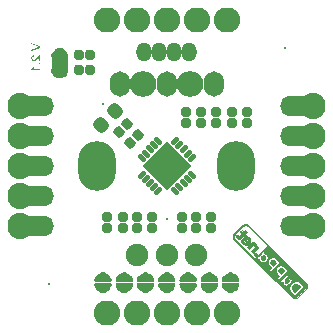
<source format=gbs>
G04*
G04 #@! TF.GenerationSoftware,Altium Limited,Altium Designer,19.0.10 (269)*
G04*
G04 Layer_Color=16711935*
%FSLAX25Y25*%
%MOIN*%
G70*
G01*
G75*
%ADD16C,0.07493*%
%ADD17O,0.12611X0.16548*%
%ADD18O,0.06700X0.08477*%
%ADD19O,0.08900X0.08477*%
%ADD20O,0.12611X0.06706*%
%ADD21O,0.05131X0.06312*%
%ADD22O,0.08800X0.08300*%
%ADD23O,0.08300X0.08800*%
%ADD24C,0.00800*%
%ADD25C,0.00400*%
%ADD26C,0.01100*%
%ADD27C,0.01200*%
%ADD42O,0.03937X0.01968*%
%ADD52C,0.00100*%
G04:AMPARAMS|DCode=53|XSize=32.5mil|YSize=34mil|CornerRadius=10.13mil|HoleSize=0mil|Usage=FLASHONLY|Rotation=180.000|XOffset=0mil|YOffset=0mil|HoleType=Round|Shape=RoundedRectangle|*
%AMROUNDEDRECTD53*
21,1,0.03250,0.01375,0,0,180.0*
21,1,0.01225,0.03400,0,0,180.0*
1,1,0.02025,-0.00613,0.00688*
1,1,0.02025,0.00613,0.00688*
1,1,0.02025,0.00613,-0.00688*
1,1,0.02025,-0.00613,-0.00688*
%
%ADD53ROUNDEDRECTD53*%
%ADD54R,0.05721X0.03202*%
G04:AMPARAMS|DCode=55|XSize=32.5mil|YSize=34mil|CornerRadius=10.13mil|HoleSize=0mil|Usage=FLASHONLY|Rotation=270.000|XOffset=0mil|YOffset=0mil|HoleType=Round|Shape=RoundedRectangle|*
%AMROUNDEDRECTD55*
21,1,0.03250,0.01375,0,0,270.0*
21,1,0.01225,0.03400,0,0,270.0*
1,1,0.02025,-0.00688,-0.00613*
1,1,0.02025,-0.00688,0.00613*
1,1,0.02025,0.00688,0.00613*
1,1,0.02025,0.00688,-0.00613*
%
%ADD55ROUNDEDRECTD55*%
G04:AMPARAMS|DCode=56|XSize=17.84mil|YSize=31.62mil|CornerRadius=0mil|HoleSize=0mil|Usage=FLASHONLY|Rotation=135.000|XOffset=0mil|YOffset=0mil|HoleType=Round|Shape=Round|*
%AMOVALD56*
21,1,0.01378,0.01784,0.00000,0.00000,225.0*
1,1,0.01784,0.00487,0.00487*
1,1,0.01784,-0.00487,-0.00487*
%
%ADD56OVALD56*%

G04:AMPARAMS|DCode=57|XSize=17.84mil|YSize=31.62mil|CornerRadius=0mil|HoleSize=0mil|Usage=FLASHONLY|Rotation=225.000|XOffset=0mil|YOffset=0mil|HoleType=Round|Shape=Round|*
%AMOVALD57*
21,1,0.01378,0.01784,0.00000,0.00000,315.0*
1,1,0.01784,-0.00487,0.00487*
1,1,0.01784,0.00487,-0.00487*
%
%ADD57OVALD57*%

%ADD58P,0.16164X4X270.0*%
G04:AMPARAMS|DCode=59|XSize=32.5mil|YSize=34mil|CornerRadius=10.13mil|HoleSize=0mil|Usage=FLASHONLY|Rotation=45.000|XOffset=0mil|YOffset=0mil|HoleType=Round|Shape=RoundedRectangle|*
%AMROUNDEDRECTD59*
21,1,0.03250,0.01375,0,0,45.0*
21,1,0.01225,0.03400,0,0,45.0*
1,1,0.02025,0.00919,-0.00053*
1,1,0.02025,0.00053,-0.00919*
1,1,0.02025,-0.00919,0.00053*
1,1,0.02025,-0.00053,0.00919*
%
%ADD59ROUNDEDRECTD59*%
G04:AMPARAMS|DCode=60|XSize=43mil|YSize=49mil|CornerRadius=12.75mil|HoleSize=0mil|Usage=FLASHONLY|Rotation=225.000|XOffset=0mil|YOffset=0mil|HoleType=Round|Shape=RoundedRectangle|*
%AMROUNDEDRECTD60*
21,1,0.04300,0.02350,0,0,225.0*
21,1,0.01750,0.04900,0,0,225.0*
1,1,0.02550,-0.01450,0.00212*
1,1,0.02550,-0.00212,0.01450*
1,1,0.02550,0.01450,-0.00212*
1,1,0.02550,0.00212,-0.01450*
%
%ADD60ROUNDEDRECTD60*%
G36*
X-35630Y39279D02*
X-35158Y39289D01*
X-35158D01*
D01*
X-35106Y39286D01*
X-35054Y39277D01*
X-35004Y39261D01*
X-34111Y38912D01*
X-34063Y38890D01*
X-34019Y38862D01*
X-33979Y38828D01*
X-33979Y38828D01*
D01*
X-33287Y38163D01*
X-33287Y38163D01*
D01*
X-33251Y38125D01*
X-33242Y38112D01*
X-33221Y38082D01*
X-33197Y38035D01*
X-33197Y38035D01*
X-32812Y37156D01*
X-32812Y37156D01*
X-32794Y37107D01*
X-32783Y37056D01*
X-32778Y37003D01*
X-32769Y36524D01*
X-32769Y36520D01*
X-32768Y36516D01*
X-32769Y36504D01*
X-32769Y36492D01*
X-32770Y36482D01*
X-32771Y36472D01*
X-32772Y36468D01*
X-32772Y36463D01*
X-32774Y36452D01*
X-32776Y36440D01*
X-32778Y36430D01*
X-32780Y36420D01*
X-32781Y36416D01*
X-32782Y36412D01*
X-32786Y36400D01*
X-32789Y36389D01*
X-32793Y36379D01*
X-32796Y36370D01*
X-32798Y36366D01*
X-32799Y36362D01*
X-32804Y36351D01*
X-32809Y36340D01*
X-32814Y36331D01*
X-32818Y36322D01*
X-32820Y36319D01*
X-32822Y36315D01*
X-32829Y36305D01*
X-32835Y36295D01*
X-32841Y36287D01*
X-32847Y36278D01*
X-32849Y36275D01*
X-32851Y36272D01*
X-32859Y36263D01*
X-32867Y36253D01*
X-32874Y36246D01*
X-32880Y36238D01*
X-32883Y36235D01*
X-32886Y36232D01*
X-32895Y36224D01*
X-32903Y36216D01*
X-32912Y36209D01*
X-32919Y36203D01*
X-32922Y36200D01*
X-32925Y36198D01*
X-32935Y36191D01*
X-32945Y36184D01*
X-32954Y36178D01*
X-32962Y36173D01*
X-32965Y36171D01*
X-32969Y36169D01*
X-32980Y36163D01*
X-32990Y36157D01*
X-33000Y36153D01*
X-33009Y36149D01*
X-33012Y36147D01*
X-33016Y36145D01*
X-33027Y36141D01*
X-33038Y36137D01*
X-33048Y36134D01*
X-33058Y36131D01*
X-33062Y36130D01*
X-33066Y36129D01*
X-33077Y36126D01*
X-33089Y36123D01*
X-33099Y36122D01*
X-33109Y36119D01*
X-33113Y36119D01*
X-33117Y36118D01*
X-33129Y36118D01*
X-33141Y36116D01*
X-33151Y36116D01*
X-33161Y36115D01*
X-33165Y36115D01*
X-33169Y36115D01*
X-38091Y36115D01*
X-38094Y36115D01*
X-38099Y36115D01*
X-38121Y36117D01*
X-38143Y36118D01*
X-38147Y36119D01*
X-38151Y36119D01*
X-38172Y36124D01*
X-38194Y36129D01*
X-38198Y36130D01*
X-38202Y36131D01*
X-38223Y36138D01*
X-38244Y36145D01*
X-38248Y36147D01*
X-38251Y36149D01*
X-38271Y36159D01*
X-38291Y36169D01*
X-38294Y36171D01*
X-38298Y36173D01*
X-38316Y36185D01*
X-38335Y36198D01*
X-38338Y36200D01*
X-38341Y36203D01*
X-38357Y36218D01*
X-38374Y36232D01*
X-38377Y36235D01*
X-38380Y36238D01*
X-38394Y36255D01*
X-38408Y36272D01*
X-38411Y36275D01*
X-38413Y36278D01*
X-38425Y36297D01*
X-38438Y36315D01*
X-38439Y36319D01*
X-38442Y36323D01*
X-38451Y36343D01*
X-38461Y36362D01*
X-38462Y36366D01*
X-38464Y36370D01*
X-38471Y36391D01*
X-38478Y36412D01*
X-38478Y36416D01*
X-38480Y36420D01*
X-38484Y36442D01*
X-38488Y36463D01*
X-38488Y36468D01*
X-38489Y36472D01*
X-38490Y36494D01*
X-38491Y36516D01*
X-38491Y36520D01*
X-38491Y36524D01*
X-38482Y37004D01*
D01*
Y37004D01*
X-38477Y37056D01*
X-38466Y37107D01*
X-38461Y37120D01*
X-38448Y37156D01*
X-38448Y37157D01*
X-38063Y38035D01*
X-38063Y38035D01*
D01*
X-38039Y38082D01*
X-38008Y38125D01*
X-37973Y38164D01*
X-37281Y38828D01*
D01*
X-37281Y38828D01*
X-37275Y38833D01*
X-37241Y38862D01*
X-37213Y38880D01*
X-37197Y38890D01*
X-37179Y38898D01*
X-37149Y38912D01*
X-37149Y38912D01*
X-36255Y39261D01*
X-36255Y39261D01*
X-36221Y39272D01*
X-36205Y39277D01*
X-36194Y39279D01*
X-36154Y39286D01*
X-36106Y39288D01*
X-36101Y39289D01*
X-36101D01*
X-36101D01*
X-35630Y39279D01*
D02*
G37*
G36*
X-42120Y39982D02*
Y39562D01*
X-45144Y38382D01*
Y38789D01*
X-42946Y39610D01*
X-42854Y39645D01*
X-42766Y39676D01*
X-42683Y39702D01*
X-42609Y39724D01*
X-42543Y39746D01*
X-42495Y39759D01*
X-42478Y39763D01*
X-42465Y39768D01*
X-42456Y39772D01*
X-42452D01*
X-42627Y39824D01*
X-42709Y39851D01*
X-42784Y39877D01*
X-42849Y39899D01*
X-42875Y39907D01*
X-42902Y39912D01*
X-42919Y39920D01*
X-42932Y39925D01*
X-42941Y39929D01*
X-42946D01*
X-45144Y40716D01*
Y41153D01*
X-42120Y39982D01*
D02*
G37*
G36*
Y35043D02*
X-42478D01*
Y36534D01*
X-42552Y36481D01*
X-42583Y36455D01*
X-42613Y36433D01*
X-42640Y36411D01*
X-42657Y36394D01*
X-42670Y36381D01*
X-42674Y36376D01*
X-42696Y36355D01*
X-42718Y36328D01*
X-42775Y36267D01*
X-42841Y36197D01*
X-42906Y36123D01*
X-42963Y36053D01*
X-42989Y36022D01*
X-43015Y35996D01*
X-43033Y35974D01*
X-43046Y35957D01*
X-43055Y35948D01*
X-43059Y35944D01*
X-43120Y35874D01*
X-43177Y35804D01*
X-43234Y35743D01*
X-43282Y35686D01*
X-43330Y35633D01*
X-43374Y35590D01*
X-43413Y35546D01*
X-43448Y35511D01*
X-43483Y35476D01*
X-43509Y35450D01*
X-43531Y35428D01*
X-43553Y35406D01*
X-43579Y35384D01*
X-43588Y35376D01*
X-43662Y35314D01*
X-43728Y35262D01*
X-43793Y35218D01*
X-43846Y35183D01*
X-43894Y35157D01*
X-43929Y35140D01*
X-43951Y35131D01*
X-43959Y35127D01*
X-44025Y35100D01*
X-44090Y35083D01*
X-44152Y35065D01*
X-44204Y35057D01*
X-44252Y35052D01*
X-44287Y35048D01*
X-44309D01*
X-44318D01*
X-44383Y35052D01*
X-44444Y35061D01*
X-44506Y35070D01*
X-44558Y35087D01*
X-44663Y35131D01*
X-44746Y35175D01*
X-44785Y35201D01*
X-44816Y35223D01*
X-44846Y35245D01*
X-44868Y35266D01*
X-44886Y35284D01*
X-44903Y35293D01*
X-44908Y35301D01*
X-44912Y35306D01*
X-44956Y35354D01*
X-44995Y35406D01*
X-45026Y35463D01*
X-45052Y35520D01*
X-45096Y35633D01*
X-45126Y35747D01*
X-45135Y35795D01*
X-45144Y35843D01*
X-45148Y35887D01*
X-45152Y35922D01*
X-45157Y35952D01*
Y35996D01*
X-45152Y36075D01*
X-45148Y36149D01*
X-45135Y36219D01*
X-45122Y36285D01*
X-45104Y36346D01*
X-45087Y36403D01*
X-45065Y36455D01*
X-45043Y36503D01*
X-45021Y36547D01*
X-44999Y36582D01*
X-44982Y36612D01*
X-44964Y36639D01*
X-44951Y36660D01*
X-44938Y36674D01*
X-44934Y36682D01*
X-44930Y36687D01*
X-44886Y36730D01*
X-44838Y36770D01*
X-44785Y36809D01*
X-44733Y36840D01*
X-44628Y36892D01*
X-44523Y36927D01*
X-44475Y36940D01*
X-44427Y36953D01*
X-44388Y36962D01*
X-44353Y36971D01*
X-44322Y36975D01*
X-44300D01*
X-44287Y36979D01*
X-44283D01*
X-44243Y36599D01*
X-44344Y36590D01*
X-44431Y36573D01*
X-44510Y36547D01*
X-44571Y36516D01*
X-44624Y36490D01*
X-44658Y36464D01*
X-44680Y36446D01*
X-44689Y36437D01*
X-44741Y36372D01*
X-44781Y36302D01*
X-44811Y36228D01*
X-44829Y36162D01*
X-44842Y36101D01*
X-44846Y36049D01*
X-44851Y36031D01*
Y36005D01*
X-44846Y35913D01*
X-44829Y35830D01*
X-44803Y35760D01*
X-44776Y35699D01*
X-44746Y35651D01*
X-44724Y35620D01*
X-44707Y35598D01*
X-44698Y35590D01*
X-44637Y35537D01*
X-44576Y35498D01*
X-44514Y35467D01*
X-44453Y35450D01*
X-44405Y35437D01*
X-44361Y35432D01*
X-44335Y35428D01*
X-44331D01*
X-44326D01*
X-44248Y35437D01*
X-44165Y35454D01*
X-44090Y35485D01*
X-44021Y35515D01*
X-43964Y35550D01*
X-43916Y35581D01*
X-43898Y35590D01*
X-43885Y35598D01*
X-43881Y35607D01*
X-43876D01*
X-43828Y35642D01*
X-43780Y35686D01*
X-43728Y35734D01*
X-43675Y35786D01*
X-43570Y35896D01*
X-43466Y36005D01*
X-43417Y36062D01*
X-43374Y36110D01*
X-43334Y36158D01*
X-43299Y36197D01*
X-43273Y36228D01*
X-43251Y36254D01*
X-43238Y36272D01*
X-43234Y36276D01*
X-43142Y36385D01*
X-43055Y36486D01*
X-42976Y36569D01*
X-42911Y36634D01*
X-42854Y36691D01*
X-42814Y36730D01*
X-42788Y36752D01*
X-42784Y36761D01*
X-42779D01*
X-42705Y36822D01*
X-42635Y36870D01*
X-42565Y36914D01*
X-42504Y36949D01*
X-42452Y36975D01*
X-42412Y36992D01*
X-42386Y37001D01*
X-42382Y37006D01*
X-42377D01*
X-42329Y37023D01*
X-42286Y37032D01*
X-42242Y37041D01*
X-42203Y37045D01*
X-42168Y37049D01*
X-42141D01*
X-42124D01*
X-42120D01*
Y35043D01*
D02*
G37*
G36*
Y34012D02*
X-42543D01*
Y34436D01*
X-42120D01*
Y34012D01*
D02*
G37*
G36*
X-33169Y32586D02*
X-33165Y32586D01*
X-33161Y32586D01*
X-33139Y32584D01*
X-33117Y32582D01*
X-33113Y32582D01*
X-33109Y32581D01*
X-33088Y32577D01*
X-33066Y32572D01*
X-33062Y32571D01*
X-33058Y32570D01*
X-33037Y32563D01*
X-33016Y32555D01*
X-33012Y32553D01*
X-33009Y32552D01*
X-32989Y32542D01*
X-32969Y32532D01*
X-32965Y32530D01*
X-32962Y32528D01*
X-32944Y32515D01*
X-32925Y32503D01*
X-32922Y32500D01*
X-32919Y32498D01*
X-32903Y32483D01*
X-32886Y32468D01*
X-32883Y32465D01*
X-32880Y32463D01*
X-32866Y32446D01*
X-32851Y32429D01*
X-32849Y32426D01*
X-32847Y32423D01*
X-32834Y32404D01*
X-32822Y32385D01*
X-32820Y32382D01*
X-32818Y32378D01*
X-32809Y32358D01*
X-32799Y32338D01*
X-32798Y32335D01*
X-32796Y32331D01*
X-32789Y32309D01*
X-32782Y32289D01*
X-32781Y32285D01*
X-32780Y32281D01*
X-32776Y32259D01*
X-32772Y32237D01*
X-32772Y32233D01*
X-32771Y32229D01*
X-32770Y32207D01*
X-32768Y32185D01*
X-32769Y32181D01*
X-32769Y32177D01*
X-32778Y31697D01*
D01*
Y31697D01*
X-32783Y31645D01*
X-32794Y31594D01*
X-32799Y31581D01*
X-32812Y31544D01*
X-32812Y31544D01*
X-33197Y30666D01*
X-33197Y30666D01*
D01*
X-33221Y30619D01*
X-33251Y30576D01*
X-33287Y30537D01*
X-33979Y29873D01*
D01*
X-33979Y29873D01*
X-33985Y29868D01*
X-34019Y29839D01*
X-34047Y29821D01*
X-34063Y29811D01*
X-34080Y29803D01*
X-34111Y29789D01*
X-34111Y29789D01*
X-35004Y29440D01*
X-35004Y29440D01*
X-35039Y29429D01*
X-35054Y29424D01*
X-35066Y29422D01*
X-35106Y29415D01*
X-35154Y29412D01*
X-35159Y29412D01*
X-35159D01*
X-35159D01*
X-35630Y29422D01*
X-36101Y29412D01*
X-36101D01*
D01*
X-36154Y29415D01*
X-36206Y29424D01*
X-36255Y29440D01*
X-37149Y29789D01*
X-37197Y29811D01*
X-37241Y29839D01*
X-37281Y29873D01*
X-37281Y29873D01*
D01*
X-37973Y30537D01*
X-37973Y30537D01*
D01*
X-38009Y30576D01*
X-38018Y30589D01*
X-38039Y30619D01*
X-38063Y30666D01*
X-38063Y30666D01*
X-38448Y31545D01*
X-38448Y31545D01*
X-38466Y31594D01*
X-38477Y31645D01*
X-38482Y31697D01*
X-38491Y32177D01*
X-38491Y32181D01*
X-38491Y32185D01*
D01*
Y32185D01*
X-38490Y32207D01*
X-38489Y32229D01*
X-38488Y32233D01*
X-38488Y32237D01*
X-38484Y32259D01*
X-38480Y32281D01*
X-38478Y32285D01*
X-38478Y32289D01*
X-38471Y32310D01*
X-38464Y32331D01*
X-38462Y32335D01*
X-38461Y32339D01*
X-38451Y32359D01*
X-38442Y32378D01*
X-38439Y32382D01*
X-38438Y32386D01*
X-38425Y32404D01*
X-38413Y32423D01*
X-38411Y32426D01*
X-38408Y32429D01*
X-38394Y32446D01*
X-38380Y32463D01*
X-38377Y32465D01*
X-38374Y32469D01*
X-38357Y32483D01*
X-38341Y32498D01*
X-38337Y32500D01*
X-38335Y32503D01*
X-38316Y32515D01*
X-38298Y32528D01*
X-38294Y32530D01*
X-38291Y32532D01*
X-38271Y32542D01*
X-38251Y32552D01*
X-38247Y32554D01*
X-38244Y32555D01*
X-38223Y32563D01*
X-38202Y32570D01*
X-38198Y32571D01*
X-38194Y32572D01*
X-38173Y32577D01*
X-38151Y32581D01*
X-38147Y32582D01*
X-38143Y32583D01*
X-38121Y32584D01*
X-38099Y32586D01*
X-38094Y32586D01*
X-38091Y32586D01*
D01*
X-38090D01*
X-33169Y32586D01*
D02*
G37*
G36*
X-44064Y33121D02*
X-44095Y33055D01*
X-44125Y32990D01*
X-44156Y32928D01*
X-44182Y32876D01*
X-44204Y32832D01*
X-44221Y32806D01*
X-44226Y32802D01*
Y32797D01*
X-44274Y32719D01*
X-44322Y32649D01*
X-44366Y32588D01*
X-44405Y32539D01*
X-44436Y32496D01*
X-44462Y32470D01*
X-44479Y32448D01*
X-44484Y32443D01*
X-42120D01*
Y32072D01*
X-45157D01*
Y32312D01*
X-45082Y32356D01*
X-45013Y32404D01*
X-44943Y32461D01*
X-44881Y32513D01*
X-44829Y32566D01*
X-44785Y32605D01*
X-44772Y32623D01*
X-44759Y32636D01*
X-44755Y32640D01*
X-44750Y32644D01*
X-44676Y32736D01*
X-44606Y32828D01*
X-44545Y32915D01*
X-44497Y33003D01*
X-44453Y33077D01*
X-44436Y33108D01*
X-44423Y33134D01*
X-44409Y33156D01*
X-44405Y33173D01*
X-44396Y33182D01*
Y33186D01*
X-44038D01*
X-44064Y33121D01*
D02*
G37*
G36*
X21260Y-35426D02*
X21731Y-35416D01*
X21731D01*
D01*
X21784Y-35418D01*
X21835Y-35428D01*
X21885Y-35444D01*
X22779Y-35793D01*
X22827Y-35815D01*
X22871Y-35843D01*
X22911Y-35877D01*
X22911Y-35877D01*
D01*
X23603Y-36541D01*
X23603Y-36541D01*
D01*
X23639Y-36580D01*
X23648Y-36593D01*
X23668Y-36623D01*
X23693Y-36670D01*
X23693Y-36670D01*
X24078Y-37548D01*
X24078Y-37549D01*
X24096Y-37598D01*
X24107Y-37649D01*
X24111Y-37701D01*
X24121Y-38181D01*
X24121Y-38185D01*
X24121Y-38189D01*
Y-38189D01*
X24120Y-38212D01*
X24119Y-38233D01*
X24118Y-38237D01*
X24118Y-38241D01*
X24113Y-38263D01*
X24110Y-38285D01*
X24108Y-38289D01*
X24108Y-38293D01*
X24100Y-38314D01*
X24094Y-38335D01*
X24092Y-38339D01*
X24091Y-38342D01*
X24081Y-38363D01*
X24071Y-38382D01*
X24069Y-38386D01*
X24068Y-38389D01*
X24063Y-38396D01*
X24055Y-38408D01*
X24043Y-38427D01*
X24041Y-38430D01*
X24038Y-38433D01*
X24024Y-38450D01*
X24010Y-38467D01*
X24006Y-38469D01*
X24004Y-38473D01*
X24004Y-38473D01*
X23987Y-38487D01*
X23971Y-38502D01*
X23968Y-38504D01*
X23964Y-38507D01*
X23946Y-38519D01*
X23928Y-38532D01*
X23924Y-38534D01*
X23921Y-38536D01*
X23901Y-38546D01*
X23881Y-38556D01*
X23877Y-38558D01*
X23874Y-38559D01*
X23853Y-38566D01*
X23832Y-38574D01*
X23828Y-38575D01*
X23824Y-38576D01*
X23802Y-38581D01*
X23781Y-38585D01*
X23777Y-38586D01*
X23773Y-38587D01*
X23751Y-38588D01*
X23729Y-38590D01*
X23724Y-38590D01*
X23720Y-38590D01*
X23720Y-38590D01*
X18799Y-38590D01*
X18795Y-38590D01*
X18791Y-38590D01*
X18769Y-38588D01*
X18747Y-38586D01*
X18743Y-38586D01*
X18739Y-38585D01*
X18717Y-38581D01*
X18696Y-38576D01*
X18692Y-38575D01*
X18688Y-38574D01*
X18667Y-38566D01*
X18646Y-38559D01*
X18642Y-38557D01*
X18638Y-38556D01*
X18619Y-38546D01*
X18599Y-38536D01*
X18596Y-38534D01*
X18592Y-38532D01*
X18574Y-38519D01*
X18555Y-38507D01*
X18552Y-38504D01*
X18549Y-38502D01*
X18532Y-38487D01*
X18516Y-38472D01*
X18513Y-38469D01*
X18510Y-38467D01*
X18496Y-38450D01*
X18481Y-38433D01*
X18479Y-38430D01*
X18476Y-38426D01*
X18464Y-38408D01*
X18452Y-38389D01*
X18450Y-38386D01*
X18448Y-38382D01*
X18439Y-38362D01*
X18429Y-38342D01*
X18428Y-38339D01*
X18426Y-38335D01*
X18419Y-38314D01*
X18412Y-38293D01*
X18411Y-38289D01*
X18410Y-38285D01*
X18406Y-38263D01*
X18402Y-38241D01*
X18402Y-38237D01*
X18401Y-38233D01*
X18400Y-38211D01*
X18398Y-38189D01*
X18399Y-38185D01*
X18398Y-38181D01*
X18408Y-37701D01*
D01*
Y-37701D01*
X18413Y-37649D01*
X18424Y-37598D01*
X18429Y-37585D01*
X18442Y-37548D01*
X18442Y-37548D01*
X18827Y-36669D01*
X18827Y-36669D01*
D01*
X18851Y-36623D01*
X18881Y-36580D01*
X18917Y-36541D01*
X19609Y-35877D01*
D01*
X19609Y-35877D01*
X19615Y-35871D01*
X19649Y-35843D01*
X19677Y-35825D01*
X19693Y-35815D01*
X19710Y-35807D01*
X19741Y-35792D01*
X19741Y-35792D01*
X20634Y-35444D01*
X20635Y-35443D01*
X20669Y-35433D01*
X20684Y-35428D01*
X20696Y-35426D01*
X20736Y-35418D01*
X20784Y-35416D01*
X20788Y-35416D01*
X20788D01*
X20788D01*
X21260Y-35426D01*
D02*
G37*
G36*
X14173D02*
X14645Y-35416D01*
X14645D01*
D01*
X14697Y-35418D01*
X14749Y-35428D01*
X14799Y-35444D01*
X15693Y-35793D01*
X15740Y-35815D01*
X15784Y-35843D01*
X15824Y-35877D01*
X15824Y-35877D01*
D01*
X16517Y-36541D01*
X16517Y-36541D01*
D01*
X16552Y-36580D01*
X16561Y-36593D01*
X16582Y-36623D01*
X16606Y-36670D01*
X16606Y-36670D01*
X16991Y-37548D01*
X16991Y-37549D01*
X17009Y-37598D01*
X17020Y-37649D01*
X17025Y-37701D01*
X17034Y-38181D01*
X17034Y-38185D01*
X17035Y-38189D01*
Y-38189D01*
X17033Y-38212D01*
X17032Y-38233D01*
X17031Y-38237D01*
X17031Y-38241D01*
X17027Y-38263D01*
X17023Y-38285D01*
X17022Y-38289D01*
X17021Y-38293D01*
X17014Y-38314D01*
X17007Y-38335D01*
X17006Y-38339D01*
X17004Y-38342D01*
X16994Y-38363D01*
X16985Y-38382D01*
X16983Y-38386D01*
X16981Y-38389D01*
X16976Y-38396D01*
X16969Y-38408D01*
X16957Y-38427D01*
X16954Y-38430D01*
X16952Y-38433D01*
X16937Y-38450D01*
X16923Y-38467D01*
X16920Y-38469D01*
X16917Y-38473D01*
X16917Y-38473D01*
X16901Y-38487D01*
X16884Y-38502D01*
X16881Y-38504D01*
X16878Y-38507D01*
X16860Y-38519D01*
X16841Y-38532D01*
X16838Y-38534D01*
X16834Y-38536D01*
X16815Y-38546D01*
X16795Y-38556D01*
X16791Y-38558D01*
X16787Y-38559D01*
X16766Y-38566D01*
X16745Y-38574D01*
X16741Y-38575D01*
X16737Y-38576D01*
X16716Y-38581D01*
X16694Y-38585D01*
X16690Y-38586D01*
X16686Y-38587D01*
X16664Y-38588D01*
X16642Y-38590D01*
X16638Y-38590D01*
X16634Y-38590D01*
X16634Y-38590D01*
X11713Y-38590D01*
X11709Y-38590D01*
X11705Y-38590D01*
X11682Y-38588D01*
X11660Y-38586D01*
X11656Y-38586D01*
X11652Y-38585D01*
X11631Y-38581D01*
X11609Y-38576D01*
X11605Y-38575D01*
X11601Y-38574D01*
X11580Y-38566D01*
X11559Y-38559D01*
X11556Y-38557D01*
X11552Y-38556D01*
X11532Y-38546D01*
X11512Y-38536D01*
X11509Y-38534D01*
X11505Y-38532D01*
X11487Y-38519D01*
X11469Y-38507D01*
X11466Y-38504D01*
X11462Y-38502D01*
X11446Y-38487D01*
X11429Y-38472D01*
X11427Y-38469D01*
X11423Y-38467D01*
X11409Y-38450D01*
X11395Y-38433D01*
X11392Y-38430D01*
X11390Y-38426D01*
X11378Y-38408D01*
X11366Y-38389D01*
X11364Y-38386D01*
X11361Y-38382D01*
X11352Y-38362D01*
X11342Y-38342D01*
X11341Y-38339D01*
X11339Y-38335D01*
X11333Y-38314D01*
X11326Y-38293D01*
X11325Y-38289D01*
X11323Y-38285D01*
X11320Y-38263D01*
X11315Y-38241D01*
X11315Y-38237D01*
X11314Y-38233D01*
X11313Y-38211D01*
X11312Y-38189D01*
X11312Y-38185D01*
X11312Y-38181D01*
X11322Y-37701D01*
D01*
Y-37701D01*
X11326Y-37649D01*
X11337Y-37598D01*
X11342Y-37585D01*
X11355Y-37548D01*
X11355Y-37548D01*
X11740Y-36669D01*
X11740Y-36669D01*
D01*
X11765Y-36623D01*
X11795Y-36580D01*
X11830Y-36541D01*
X12522Y-35877D01*
D01*
X12522Y-35877D01*
X12529Y-35871D01*
X12562Y-35843D01*
X12591Y-35825D01*
X12607Y-35815D01*
X12624Y-35807D01*
X12654Y-35792D01*
X12654Y-35792D01*
X13548Y-35444D01*
X13548Y-35443D01*
X13582Y-35433D01*
X13598Y-35428D01*
X13609Y-35426D01*
X13649Y-35418D01*
X13697Y-35416D01*
X13702Y-35416D01*
X13702D01*
X13702D01*
X14173Y-35426D01*
D02*
G37*
G36*
X7086D02*
X7558Y-35416D01*
X7558D01*
D01*
X7611Y-35418D01*
X7662Y-35428D01*
X7712Y-35444D01*
X8606Y-35793D01*
X8653Y-35815D01*
X8698Y-35843D01*
X8738Y-35877D01*
X8738Y-35877D01*
D01*
X9430Y-36541D01*
X9430Y-36541D01*
D01*
X9465Y-36580D01*
X9474Y-36593D01*
X9495Y-36623D01*
X9519Y-36670D01*
X9519Y-36670D01*
X9905Y-37548D01*
X9905Y-37549D01*
X9922Y-37598D01*
X9934Y-37649D01*
X9938Y-37701D01*
X9948Y-38181D01*
X9948Y-38185D01*
X9948Y-38189D01*
Y-38189D01*
X9946Y-38212D01*
X9946Y-38233D01*
X9945Y-38237D01*
X9945Y-38241D01*
X9940Y-38263D01*
X9936Y-38285D01*
X9935Y-38289D01*
X9934Y-38293D01*
X9927Y-38314D01*
X9921Y-38335D01*
X9919Y-38339D01*
X9917Y-38342D01*
X9907Y-38363D01*
X9898Y-38382D01*
X9896Y-38386D01*
X9894Y-38389D01*
X9890Y-38396D01*
X9882Y-38408D01*
X9870Y-38427D01*
X9867Y-38430D01*
X9865Y-38433D01*
X9850Y-38450D01*
X9836Y-38467D01*
X9833Y-38469D01*
X9831Y-38473D01*
X9831Y-38473D01*
X9814Y-38487D01*
X9798Y-38502D01*
X9794Y-38504D01*
X9791Y-38507D01*
X9773Y-38519D01*
X9755Y-38532D01*
X9751Y-38534D01*
X9748Y-38536D01*
X9728Y-38546D01*
X9708Y-38556D01*
X9704Y-38558D01*
X9701Y-38559D01*
X9680Y-38566D01*
X9659Y-38574D01*
X9655Y-38575D01*
X9651Y-38576D01*
X9629Y-38581D01*
X9607Y-38585D01*
X9603Y-38586D01*
X9600Y-38587D01*
X9578Y-38588D01*
X9555Y-38590D01*
X9551Y-38590D01*
X9547Y-38590D01*
X9547Y-38590D01*
X4626Y-38590D01*
X4622Y-38590D01*
X4618Y-38590D01*
X4596Y-38588D01*
X4574Y-38586D01*
X4570Y-38586D01*
X4566Y-38585D01*
X4544Y-38581D01*
X4522Y-38576D01*
X4518Y-38575D01*
X4515Y-38574D01*
X4494Y-38566D01*
X4473Y-38559D01*
X4469Y-38557D01*
X4465Y-38556D01*
X4445Y-38546D01*
X4426Y-38536D01*
X4422Y-38534D01*
X4419Y-38532D01*
X4400Y-38519D01*
X4382Y-38507D01*
X4379Y-38504D01*
X4376Y-38502D01*
X4359Y-38487D01*
X4343Y-38472D01*
X4340Y-38469D01*
X4337Y-38467D01*
X4323Y-38450D01*
X4308Y-38433D01*
X4306Y-38430D01*
X4303Y-38426D01*
X4291Y-38408D01*
X4279Y-38389D01*
X4277Y-38386D01*
X4275Y-38382D01*
X4265Y-38362D01*
X4256Y-38342D01*
X4254Y-38339D01*
X4253Y-38335D01*
X4246Y-38314D01*
X4239Y-38293D01*
X4238Y-38289D01*
X4237Y-38285D01*
X4233Y-38263D01*
X4229Y-38241D01*
X4228Y-38237D01*
X4228Y-38233D01*
X4227Y-38211D01*
X4225Y-38189D01*
X4225Y-38185D01*
X4225Y-38181D01*
X4235Y-37701D01*
D01*
Y-37701D01*
X4240Y-37649D01*
X4251Y-37598D01*
X4256Y-37585D01*
X4269Y-37548D01*
X4269Y-37548D01*
X4654Y-36669D01*
X4654Y-36669D01*
D01*
X4678Y-36623D01*
X4708Y-36580D01*
X4743Y-36541D01*
X5436Y-35877D01*
D01*
X5436Y-35877D01*
X5442Y-35871D01*
X5476Y-35843D01*
X5504Y-35825D01*
X5520Y-35815D01*
X5537Y-35807D01*
X5567Y-35792D01*
X5567Y-35792D01*
X6461Y-35444D01*
X6461Y-35443D01*
X6495Y-35433D01*
X6511Y-35428D01*
X6522Y-35426D01*
X6563Y-35418D01*
X6611Y-35416D01*
X6615Y-35416D01*
X6615D01*
X6615D01*
X7086Y-35426D01*
D02*
G37*
G36*
X-0D02*
X472Y-35416D01*
X472D01*
D01*
X524Y-35418D01*
X576Y-35428D01*
X626Y-35444D01*
X1519Y-35793D01*
X1567Y-35815D01*
X1611Y-35843D01*
X1651Y-35877D01*
X1651Y-35877D01*
D01*
X2343Y-36541D01*
X2343Y-36541D01*
D01*
X2379Y-36580D01*
X2388Y-36593D01*
X2409Y-36623D01*
X2433Y-36670D01*
X2433Y-36670D01*
X2818Y-37548D01*
X2818Y-37549D01*
X2836Y-37598D01*
X2847Y-37649D01*
X2852Y-37701D01*
X2861Y-38181D01*
X2861Y-38185D01*
X2861Y-38189D01*
Y-38189D01*
X2860Y-38212D01*
X2859Y-38233D01*
X2858Y-38237D01*
X2858Y-38241D01*
X2854Y-38263D01*
X2850Y-38285D01*
X2849Y-38289D01*
X2848Y-38293D01*
X2840Y-38314D01*
X2834Y-38335D01*
X2832Y-38339D01*
X2831Y-38342D01*
X2821Y-38363D01*
X2812Y-38382D01*
X2809Y-38386D01*
X2808Y-38389D01*
X2803Y-38396D01*
X2795Y-38408D01*
X2783Y-38427D01*
X2781Y-38430D01*
X2779Y-38433D01*
X2764Y-38450D01*
X2750Y-38467D01*
X2747Y-38469D01*
X2744Y-38473D01*
X2744Y-38473D01*
X2727Y-38487D01*
X2711Y-38502D01*
X2708Y-38504D01*
X2705Y-38507D01*
X2686Y-38519D01*
X2668Y-38532D01*
X2664Y-38534D01*
X2661Y-38536D01*
X2641Y-38546D01*
X2621Y-38556D01*
X2618Y-38558D01*
X2614Y-38559D01*
X2593Y-38566D01*
X2572Y-38574D01*
X2568Y-38575D01*
X2564Y-38576D01*
X2543Y-38581D01*
X2521Y-38585D01*
X2517Y-38586D01*
X2513Y-38587D01*
X2491Y-38588D01*
X2469Y-38590D01*
X2465Y-38590D01*
X2461Y-38590D01*
X2460Y-38590D01*
X-2461Y-38590D01*
X-2465Y-38590D01*
X-2469Y-38590D01*
X-2491Y-38588D01*
X-2513Y-38586D01*
X-2517Y-38586D01*
X-2521Y-38585D01*
X-2543Y-38581D01*
X-2564Y-38576D01*
X-2568Y-38575D01*
X-2572Y-38574D01*
X-2593Y-38566D01*
X-2614Y-38559D01*
X-2618Y-38557D01*
X-2622Y-38556D01*
X-2641Y-38546D01*
X-2661Y-38536D01*
X-2664Y-38534D01*
X-2668Y-38532D01*
X-2686Y-38519D01*
X-2705Y-38507D01*
X-2708Y-38504D01*
X-2711Y-38502D01*
X-2727Y-38487D01*
X-2744Y-38472D01*
X-2747Y-38469D01*
X-2750Y-38467D01*
X-2764Y-38450D01*
X-2779Y-38433D01*
X-2781Y-38430D01*
X-2784Y-38426D01*
X-2795Y-38408D01*
X-2808Y-38389D01*
X-2809Y-38386D01*
X-2812Y-38382D01*
X-2821Y-38362D01*
X-2831Y-38342D01*
X-2832Y-38339D01*
X-2834Y-38335D01*
X-2841Y-38314D01*
X-2848Y-38293D01*
X-2849Y-38289D01*
X-2850Y-38285D01*
X-2854Y-38263D01*
X-2858Y-38241D01*
X-2858Y-38237D01*
X-2859Y-38233D01*
X-2860Y-38211D01*
X-2861Y-38189D01*
X-2861Y-38185D01*
X-2861Y-38181D01*
X-2851Y-37701D01*
D01*
Y-37701D01*
X-2847Y-37649D01*
X-2836Y-37598D01*
X-2831Y-37585D01*
X-2818Y-37548D01*
X-2818Y-37548D01*
X-2433Y-36669D01*
X-2433Y-36669D01*
D01*
X-2409Y-36623D01*
X-2379Y-36580D01*
X-2343Y-36541D01*
X-1651Y-35877D01*
D01*
X-1651Y-35877D01*
X-1645Y-35871D01*
X-1611Y-35843D01*
X-1583Y-35825D01*
X-1567Y-35815D01*
X-1550Y-35807D01*
X-1519Y-35792D01*
X-1519Y-35792D01*
X-625Y-35444D01*
X-625Y-35443D01*
X-591Y-35433D01*
X-575Y-35428D01*
X-564Y-35426D01*
X-524Y-35418D01*
X-476Y-35416D01*
X-471Y-35416D01*
X-471D01*
X-471D01*
X-0Y-35426D01*
D02*
G37*
G36*
X-7087D02*
X-6615Y-35416D01*
X-6615D01*
D01*
X-6563Y-35418D01*
X-6511Y-35428D01*
X-6461Y-35444D01*
X-5567Y-35793D01*
X-5520Y-35815D01*
X-5476Y-35843D01*
X-5435Y-35877D01*
X-5435Y-35877D01*
D01*
X-4743Y-36541D01*
X-4743Y-36541D01*
D01*
X-4708Y-36580D01*
X-4699Y-36593D01*
X-4678Y-36623D01*
X-4654Y-36670D01*
X-4654Y-36670D01*
X-4269Y-37548D01*
X-4269Y-37549D01*
X-4251Y-37598D01*
X-4239Y-37649D01*
X-4235Y-37701D01*
X-4225Y-38181D01*
X-4225Y-38185D01*
X-4225Y-38189D01*
Y-38189D01*
X-4227Y-38212D01*
X-4228Y-38233D01*
X-4228Y-38237D01*
X-4229Y-38241D01*
X-4233Y-38263D01*
X-4237Y-38285D01*
X-4238Y-38289D01*
X-4239Y-38293D01*
X-4246Y-38314D01*
X-4253Y-38335D01*
X-4254Y-38339D01*
X-4256Y-38342D01*
X-4266Y-38363D01*
X-4275Y-38382D01*
X-4277Y-38386D01*
X-4279Y-38389D01*
X-4284Y-38396D01*
X-4291Y-38408D01*
X-4303Y-38427D01*
X-4306Y-38430D01*
X-4308Y-38433D01*
X-4323Y-38450D01*
X-4337Y-38467D01*
X-4340Y-38469D01*
X-4343Y-38473D01*
X-4343Y-38473D01*
X-4359Y-38487D01*
X-4376Y-38502D01*
X-4379Y-38504D01*
X-4382Y-38507D01*
X-4400Y-38519D01*
X-4419Y-38532D01*
X-4422Y-38534D01*
X-4426Y-38536D01*
X-4445Y-38546D01*
X-4465Y-38556D01*
X-4469Y-38558D01*
X-4473Y-38559D01*
X-4494Y-38566D01*
X-4515Y-38574D01*
X-4518Y-38575D01*
X-4522Y-38576D01*
X-4544Y-38581D01*
X-4566Y-38585D01*
X-4570Y-38586D01*
X-4574Y-38587D01*
X-4596Y-38588D01*
X-4618Y-38590D01*
X-4622Y-38590D01*
X-4626Y-38590D01*
X-4626Y-38590D01*
X-9547Y-38590D01*
X-9551Y-38590D01*
X-9555Y-38590D01*
X-9577Y-38588D01*
X-9600Y-38586D01*
X-9604Y-38586D01*
X-9608Y-38585D01*
X-9629Y-38581D01*
X-9651Y-38576D01*
X-9655Y-38575D01*
X-9659Y-38574D01*
X-9680Y-38566D01*
X-9701Y-38559D01*
X-9704Y-38557D01*
X-9708Y-38556D01*
X-9728Y-38546D01*
X-9748Y-38536D01*
X-9751Y-38534D01*
X-9755Y-38532D01*
X-9773Y-38519D01*
X-9791Y-38507D01*
X-9794Y-38504D01*
X-9798Y-38502D01*
X-9814Y-38487D01*
X-9831Y-38472D01*
X-9833Y-38469D01*
X-9836Y-38467D01*
X-9850Y-38450D01*
X-9865Y-38433D01*
X-9867Y-38430D01*
X-9870Y-38426D01*
X-9882Y-38408D01*
X-9894Y-38389D01*
X-9896Y-38386D01*
X-9898Y-38382D01*
X-9908Y-38362D01*
X-9917Y-38342D01*
X-9919Y-38339D01*
X-9921Y-38335D01*
X-9927Y-38314D01*
X-9934Y-38293D01*
X-9935Y-38289D01*
X-9936Y-38285D01*
X-9940Y-38263D01*
X-9945Y-38241D01*
X-9945Y-38237D01*
X-9946Y-38233D01*
X-9947Y-38211D01*
X-9948Y-38189D01*
X-9948Y-38185D01*
X-9948Y-38181D01*
X-9938Y-37701D01*
D01*
Y-37701D01*
X-9934Y-37649D01*
X-9922Y-37598D01*
X-9918Y-37585D01*
X-9905Y-37548D01*
X-9905Y-37548D01*
X-9519Y-36669D01*
X-9519Y-36669D01*
D01*
X-9495Y-36623D01*
X-9465Y-36580D01*
X-9430Y-36541D01*
X-8738Y-35877D01*
D01*
X-8738Y-35877D01*
X-8731Y-35871D01*
X-8698Y-35843D01*
X-8669Y-35825D01*
X-8653Y-35815D01*
X-8636Y-35807D01*
X-8606Y-35792D01*
X-8606Y-35792D01*
X-7712Y-35444D01*
X-7712Y-35443D01*
X-7678Y-35433D01*
X-7662Y-35428D01*
X-7651Y-35426D01*
X-7610Y-35418D01*
X-7563Y-35416D01*
X-7558Y-35416D01*
X-7558D01*
X-7558D01*
X-7087Y-35426D01*
D02*
G37*
G36*
X-14173D02*
X-13702Y-35416D01*
X-13702D01*
D01*
X-13649Y-35418D01*
X-13598Y-35428D01*
X-13548Y-35444D01*
X-12654Y-35793D01*
X-12606Y-35815D01*
X-12562Y-35843D01*
X-12522Y-35877D01*
X-12522Y-35877D01*
D01*
X-11830Y-36541D01*
X-11830Y-36541D01*
D01*
X-11795Y-36580D01*
X-11785Y-36593D01*
X-11765Y-36623D01*
X-11740Y-36670D01*
X-11740Y-36670D01*
X-11355Y-37548D01*
X-11355Y-37549D01*
X-11337Y-37598D01*
X-11326Y-37649D01*
X-11322Y-37701D01*
X-11312Y-38181D01*
X-11312Y-38185D01*
X-11312Y-38189D01*
Y-38189D01*
X-11313Y-38212D01*
X-11314Y-38233D01*
X-11315Y-38237D01*
X-11315Y-38241D01*
X-11320Y-38263D01*
X-11323Y-38285D01*
X-11325Y-38289D01*
X-11326Y-38293D01*
X-11333Y-38314D01*
X-11339Y-38335D01*
X-11341Y-38339D01*
X-11342Y-38342D01*
X-11352Y-38363D01*
X-11361Y-38382D01*
X-11364Y-38386D01*
X-11366Y-38389D01*
X-11370Y-38396D01*
X-11378Y-38408D01*
X-11390Y-38427D01*
X-11392Y-38430D01*
X-11395Y-38433D01*
X-11409Y-38450D01*
X-11423Y-38467D01*
X-11427Y-38469D01*
X-11429Y-38473D01*
X-11429Y-38473D01*
X-11446Y-38487D01*
X-11462Y-38502D01*
X-11466Y-38504D01*
X-11469Y-38507D01*
X-11487Y-38519D01*
X-11505Y-38532D01*
X-11509Y-38534D01*
X-11512Y-38536D01*
X-11532Y-38546D01*
X-11552Y-38556D01*
X-11556Y-38558D01*
X-11559Y-38559D01*
X-11580Y-38566D01*
X-11601Y-38574D01*
X-11605Y-38575D01*
X-11609Y-38576D01*
X-11631Y-38581D01*
X-11652Y-38585D01*
X-11656Y-38586D01*
X-11660Y-38587D01*
X-11682Y-38588D01*
X-11705Y-38590D01*
X-11709Y-38590D01*
X-11713Y-38590D01*
X-11713Y-38590D01*
X-16634Y-38590D01*
X-16638Y-38590D01*
X-16642Y-38590D01*
X-16664Y-38588D01*
X-16686Y-38586D01*
X-16690Y-38586D01*
X-16694Y-38585D01*
X-16716Y-38581D01*
X-16737Y-38576D01*
X-16741Y-38575D01*
X-16745Y-38574D01*
X-16766Y-38566D01*
X-16787Y-38559D01*
X-16791Y-38557D01*
X-16795Y-38556D01*
X-16815Y-38546D01*
X-16834Y-38536D01*
X-16838Y-38534D01*
X-16841Y-38532D01*
X-16860Y-38519D01*
X-16878Y-38507D01*
X-16881Y-38504D01*
X-16884Y-38502D01*
X-16901Y-38487D01*
X-16917Y-38472D01*
X-16920Y-38469D01*
X-16923Y-38467D01*
X-16937Y-38450D01*
X-16952Y-38433D01*
X-16954Y-38430D01*
X-16957Y-38426D01*
X-16969Y-38408D01*
X-16981Y-38389D01*
X-16983Y-38386D01*
X-16985Y-38382D01*
X-16994Y-38362D01*
X-17004Y-38342D01*
X-17005Y-38339D01*
X-17007Y-38335D01*
X-17014Y-38314D01*
X-17021Y-38293D01*
X-17022Y-38289D01*
X-17023Y-38285D01*
X-17027Y-38263D01*
X-17031Y-38241D01*
X-17031Y-38237D01*
X-17032Y-38233D01*
X-17033Y-38211D01*
X-17035Y-38189D01*
X-17034Y-38185D01*
X-17034Y-38181D01*
X-17025Y-37701D01*
D01*
Y-37701D01*
X-17020Y-37649D01*
X-17009Y-37598D01*
X-17004Y-37585D01*
X-16991Y-37548D01*
X-16991Y-37548D01*
X-16606Y-36669D01*
X-16606Y-36669D01*
D01*
X-16582Y-36623D01*
X-16552Y-36580D01*
X-16516Y-36541D01*
X-15824Y-35877D01*
D01*
X-15824Y-35877D01*
X-15818Y-35871D01*
X-15784Y-35843D01*
X-15756Y-35825D01*
X-15740Y-35815D01*
X-15723Y-35807D01*
X-15692Y-35792D01*
X-15692Y-35792D01*
X-14799Y-35444D01*
X-14799Y-35443D01*
X-14764Y-35433D01*
X-14749Y-35428D01*
X-14738Y-35426D01*
X-14697Y-35418D01*
X-14649Y-35416D01*
X-14645Y-35416D01*
X-14645D01*
X-14645D01*
X-14173Y-35426D01*
D02*
G37*
G36*
X-21260D02*
X-20788Y-35416D01*
X-20788D01*
D01*
X-20736Y-35418D01*
X-20684Y-35428D01*
X-20634Y-35444D01*
X-19740Y-35793D01*
X-19693Y-35815D01*
X-19649Y-35843D01*
X-19609Y-35877D01*
X-19609Y-35877D01*
D01*
X-18917Y-36541D01*
X-18916Y-36541D01*
D01*
X-18881Y-36580D01*
X-18872Y-36593D01*
X-18851Y-36623D01*
X-18827Y-36670D01*
X-18827Y-36670D01*
X-18442Y-37548D01*
X-18442Y-37549D01*
X-18424Y-37598D01*
X-18413Y-37649D01*
X-18408Y-37701D01*
X-18398Y-38181D01*
X-18399Y-38185D01*
X-18398Y-38189D01*
Y-38189D01*
X-18400Y-38212D01*
X-18401Y-38233D01*
X-18402Y-38237D01*
X-18402Y-38241D01*
X-18406Y-38263D01*
X-18410Y-38285D01*
X-18411Y-38289D01*
X-18412Y-38293D01*
X-18419Y-38314D01*
X-18426Y-38335D01*
X-18428Y-38339D01*
X-18429Y-38342D01*
X-18439Y-38363D01*
X-18448Y-38382D01*
X-18450Y-38386D01*
X-18452Y-38389D01*
X-18457Y-38396D01*
X-18465Y-38408D01*
X-18476Y-38427D01*
X-18479Y-38430D01*
X-18481Y-38433D01*
X-18496Y-38450D01*
X-18510Y-38467D01*
X-18513Y-38469D01*
X-18516Y-38473D01*
X-18516Y-38473D01*
X-18532Y-38487D01*
X-18549Y-38502D01*
X-18552Y-38504D01*
X-18555Y-38507D01*
X-18574Y-38519D01*
X-18592Y-38532D01*
X-18596Y-38534D01*
X-18599Y-38536D01*
X-18619Y-38546D01*
X-18638Y-38556D01*
X-18642Y-38558D01*
X-18646Y-38559D01*
X-18667Y-38566D01*
X-18688Y-38574D01*
X-18692Y-38575D01*
X-18696Y-38576D01*
X-18717Y-38581D01*
X-18739Y-38585D01*
X-18743Y-38586D01*
X-18747Y-38587D01*
X-18769Y-38588D01*
X-18791Y-38590D01*
X-18795Y-38590D01*
X-18799Y-38590D01*
X-18799Y-38590D01*
X-23720Y-38590D01*
X-23724Y-38590D01*
X-23729Y-38590D01*
X-23751Y-38588D01*
X-23773Y-38586D01*
X-23777Y-38586D01*
X-23781Y-38585D01*
X-23802Y-38581D01*
X-23824Y-38576D01*
X-23828Y-38575D01*
X-23832Y-38574D01*
X-23853Y-38566D01*
X-23874Y-38559D01*
X-23877Y-38557D01*
X-23881Y-38556D01*
X-23901Y-38546D01*
X-23921Y-38536D01*
X-23924Y-38534D01*
X-23928Y-38532D01*
X-23946Y-38519D01*
X-23964Y-38507D01*
X-23968Y-38504D01*
X-23971Y-38502D01*
X-23987Y-38487D01*
X-24004Y-38472D01*
X-24006Y-38469D01*
X-24010Y-38467D01*
X-24024Y-38450D01*
X-24038Y-38433D01*
X-24041Y-38430D01*
X-24043Y-38426D01*
X-24055Y-38408D01*
X-24068Y-38389D01*
X-24069Y-38386D01*
X-24071Y-38382D01*
X-24081Y-38362D01*
X-24091Y-38342D01*
X-24092Y-38339D01*
X-24094Y-38335D01*
X-24101Y-38314D01*
X-24108Y-38293D01*
X-24108Y-38289D01*
X-24110Y-38285D01*
X-24114Y-38263D01*
X-24118Y-38241D01*
X-24118Y-38237D01*
X-24119Y-38233D01*
X-24120Y-38211D01*
X-24121Y-38189D01*
X-24121Y-38185D01*
X-24121Y-38181D01*
X-24111Y-37701D01*
D01*
Y-37701D01*
X-24107Y-37649D01*
X-24096Y-37598D01*
X-24091Y-37585D01*
X-24078Y-37548D01*
X-24078Y-37548D01*
X-23693Y-36669D01*
X-23693Y-36669D01*
D01*
X-23668Y-36623D01*
X-23638Y-36580D01*
X-23603Y-36541D01*
X-22911Y-35877D01*
D01*
X-22911Y-35877D01*
X-22905Y-35871D01*
X-22871Y-35843D01*
X-22842Y-35825D01*
X-22827Y-35815D01*
X-22809Y-35807D01*
X-22779Y-35792D01*
X-22779Y-35792D01*
X-21885Y-35444D01*
X-21885Y-35443D01*
X-21851Y-35433D01*
X-21835Y-35428D01*
X-21824Y-35426D01*
X-21784Y-35418D01*
X-21736Y-35416D01*
X-21731Y-35416D01*
X-21731D01*
X-21731D01*
X-21260Y-35426D01*
D02*
G37*
G36*
X23721Y-38969D02*
X23725Y-38969D01*
X23729Y-38969D01*
X23751Y-38971D01*
X23773Y-38973D01*
X23777Y-38973D01*
X23781Y-38974D01*
X23802Y-38978D01*
X23824Y-38983D01*
X23828Y-38984D01*
X23832Y-38985D01*
X23853Y-38993D01*
X23874Y-39000D01*
X23878Y-39002D01*
X23881Y-39003D01*
X23901Y-39013D01*
X23921Y-39023D01*
X23924Y-39025D01*
X23928Y-39027D01*
X23946Y-39040D01*
X23965Y-39052D01*
X23968Y-39055D01*
X23971Y-39057D01*
X23987Y-39072D01*
X24004Y-39087D01*
X24007Y-39090D01*
X24010Y-39092D01*
X24024Y-39109D01*
X24039Y-39126D01*
X24041Y-39129D01*
X24044Y-39132D01*
X24055Y-39151D01*
X24068Y-39170D01*
X24069Y-39173D01*
X24072Y-39177D01*
X24081Y-39197D01*
X24091Y-39217D01*
X24092Y-39220D01*
X24094Y-39224D01*
X24101Y-39246D01*
X24108Y-39266D01*
X24109Y-39270D01*
X24110Y-39274D01*
X24114Y-39296D01*
X24118Y-39318D01*
X24118Y-39322D01*
X24119Y-39326D01*
X24120Y-39348D01*
X24121Y-39370D01*
X24121Y-39374D01*
X24121Y-39378D01*
X24112Y-39858D01*
D01*
Y-39858D01*
X24107Y-39910D01*
X24096Y-39961D01*
X24091Y-39974D01*
X24078Y-40011D01*
X24078Y-40011D01*
X23693Y-40889D01*
X23693Y-40889D01*
D01*
X23669Y-40936D01*
X23639Y-40979D01*
X23603Y-41018D01*
X22911Y-41682D01*
D01*
X22911Y-41682D01*
X22905Y-41688D01*
X22871Y-41716D01*
X22843Y-41734D01*
X22827Y-41744D01*
X22809Y-41752D01*
X22779Y-41766D01*
X22779Y-41766D01*
X21885Y-42115D01*
X21885Y-42115D01*
X21851Y-42126D01*
X21835Y-42131D01*
X21824Y-42133D01*
X21784Y-42140D01*
X21736Y-42143D01*
X21731Y-42143D01*
X21731D01*
X21731D01*
X21260Y-42133D01*
X20788Y-42143D01*
X20788D01*
X20788D01*
X20736Y-42140D01*
X20727Y-42139D01*
X20685Y-42131D01*
X20650Y-42120D01*
X20635Y-42115D01*
X19741Y-41766D01*
X19693Y-41744D01*
X19649Y-41716D01*
X19609Y-41682D01*
X19609Y-41682D01*
D01*
X18917Y-41018D01*
X18917Y-41018D01*
D01*
X18881Y-40979D01*
X18872Y-40966D01*
X18851Y-40936D01*
X18827Y-40889D01*
X18827Y-40889D01*
X18442Y-40011D01*
X18442Y-40010D01*
X18424Y-39961D01*
X18413Y-39910D01*
X18408Y-39858D01*
X18399Y-39378D01*
X18399Y-39374D01*
X18399Y-39370D01*
D01*
Y-39370D01*
X18400Y-39347D01*
X18401Y-39326D01*
X18402Y-39322D01*
X18402Y-39318D01*
X18406Y-39295D01*
X18410Y-39274D01*
X18411Y-39270D01*
X18412Y-39266D01*
X18420Y-39245D01*
X18426Y-39224D01*
X18428Y-39220D01*
X18429Y-39217D01*
X18439Y-39196D01*
X18448Y-39177D01*
X18451Y-39173D01*
X18452Y-39169D01*
X18465Y-39151D01*
X18477Y-39132D01*
X18479Y-39129D01*
X18482Y-39126D01*
X18496Y-39109D01*
X18510Y-39092D01*
X18513Y-39090D01*
X18516Y-39086D01*
X18533Y-39072D01*
X18549Y-39057D01*
X18552Y-39055D01*
X18555Y-39052D01*
X18574Y-39039D01*
X18592Y-39027D01*
X18596Y-39025D01*
X18599Y-39023D01*
X18619Y-39013D01*
X18639Y-39003D01*
X18642Y-39001D01*
X18646Y-39000D01*
X18667Y-38993D01*
X18688Y-38985D01*
X18692Y-38984D01*
X18696Y-38983D01*
X18717Y-38978D01*
X18739Y-38974D01*
X18743Y-38973D01*
X18747Y-38972D01*
X18769Y-38971D01*
X18791Y-38969D01*
X18795Y-38969D01*
X18800Y-38969D01*
X18800D01*
X23721Y-38969D01*
D02*
G37*
G36*
X16634D02*
X16638Y-38969D01*
X16642Y-38969D01*
X16664Y-38971D01*
X16686Y-38973D01*
X16690Y-38973D01*
X16694Y-38974D01*
X16716Y-38978D01*
X16738Y-38983D01*
X16742Y-38984D01*
X16746Y-38985D01*
X16766Y-38993D01*
X16787Y-39000D01*
X16791Y-39002D01*
X16795Y-39003D01*
X16815Y-39013D01*
X16834Y-39023D01*
X16838Y-39025D01*
X16841Y-39027D01*
X16860Y-39040D01*
X16878Y-39052D01*
X16881Y-39055D01*
X16884Y-39057D01*
X16901Y-39072D01*
X16917Y-39087D01*
X16920Y-39090D01*
X16923Y-39092D01*
X16937Y-39109D01*
X16952Y-39126D01*
X16954Y-39129D01*
X16957Y-39132D01*
X16969Y-39151D01*
X16981Y-39170D01*
X16983Y-39173D01*
X16985Y-39177D01*
X16995Y-39197D01*
X17004Y-39217D01*
X17006Y-39220D01*
X17007Y-39224D01*
X17014Y-39246D01*
X17021Y-39266D01*
X17022Y-39270D01*
X17023Y-39274D01*
X17027Y-39296D01*
X17031Y-39318D01*
X17032Y-39322D01*
X17032Y-39326D01*
X17033Y-39348D01*
X17035Y-39370D01*
X17034Y-39374D01*
X17035Y-39378D01*
X17025Y-39858D01*
D01*
Y-39858D01*
X17020Y-39910D01*
X17009Y-39961D01*
X17004Y-39974D01*
X16991Y-40011D01*
X16991Y-40011D01*
X16606Y-40889D01*
X16606Y-40889D01*
D01*
X16582Y-40936D01*
X16552Y-40979D01*
X16517Y-41018D01*
X15824Y-41682D01*
D01*
X15824Y-41682D01*
X15818Y-41688D01*
X15784Y-41716D01*
X15756Y-41734D01*
X15740Y-41744D01*
X15723Y-41752D01*
X15693Y-41766D01*
X15692Y-41766D01*
X14799Y-42115D01*
X14799Y-42115D01*
X14765Y-42126D01*
X14749Y-42131D01*
X14738Y-42133D01*
X14697Y-42140D01*
X14649Y-42143D01*
X14645Y-42143D01*
X14645D01*
X14645D01*
X14173Y-42133D01*
X13702Y-42143D01*
X13702D01*
X13702D01*
X13649Y-42140D01*
X13640Y-42139D01*
X13598Y-42131D01*
X13564Y-42120D01*
X13548Y-42115D01*
X12654Y-41766D01*
X12607Y-41744D01*
X12562Y-41716D01*
X12522Y-41682D01*
X12522Y-41682D01*
D01*
X11830Y-41018D01*
X11830Y-41018D01*
D01*
X11795Y-40979D01*
X11786Y-40966D01*
X11765Y-40936D01*
X11741Y-40889D01*
X11741Y-40889D01*
X11355Y-40011D01*
X11355Y-40010D01*
X11338Y-39961D01*
X11326Y-39910D01*
X11322Y-39858D01*
X11312Y-39378D01*
X11312Y-39374D01*
X11312Y-39370D01*
D01*
Y-39370D01*
X11314Y-39347D01*
X11315Y-39326D01*
X11315Y-39322D01*
X11315Y-39318D01*
X11320Y-39295D01*
X11324Y-39274D01*
X11325Y-39270D01*
X11326Y-39266D01*
X11333Y-39245D01*
X11339Y-39224D01*
X11341Y-39220D01*
X11343Y-39217D01*
X11353Y-39196D01*
X11362Y-39177D01*
X11364Y-39173D01*
X11366Y-39169D01*
X11378Y-39151D01*
X11390Y-39132D01*
X11393Y-39129D01*
X11395Y-39126D01*
X11410Y-39109D01*
X11424Y-39092D01*
X11427Y-39090D01*
X11429Y-39086D01*
X11446Y-39072D01*
X11462Y-39057D01*
X11466Y-39055D01*
X11469Y-39052D01*
X11487Y-39039D01*
X11505Y-39027D01*
X11509Y-39025D01*
X11512Y-39023D01*
X11532Y-39013D01*
X11552Y-39003D01*
X11556Y-39001D01*
X11559Y-39000D01*
X11581Y-38993D01*
X11601Y-38985D01*
X11605Y-38984D01*
X11609Y-38983D01*
X11631Y-38978D01*
X11653Y-38974D01*
X11657Y-38973D01*
X11661Y-38972D01*
X11682Y-38971D01*
X11705Y-38969D01*
X11709Y-38969D01*
X11713Y-38969D01*
X11713D01*
X16634Y-38969D01*
D02*
G37*
G36*
X9547D02*
X9551Y-38969D01*
X9556Y-38969D01*
X9578Y-38971D01*
X9600Y-38973D01*
X9604Y-38973D01*
X9608Y-38974D01*
X9629Y-38978D01*
X9651Y-38983D01*
X9655Y-38984D01*
X9659Y-38985D01*
X9680Y-38993D01*
X9701Y-39000D01*
X9704Y-39002D01*
X9708Y-39003D01*
X9728Y-39013D01*
X9748Y-39023D01*
X9751Y-39025D01*
X9755Y-39027D01*
X9773Y-39040D01*
X9791Y-39052D01*
X9794Y-39055D01*
X9798Y-39057D01*
X9814Y-39072D01*
X9831Y-39087D01*
X9833Y-39090D01*
X9837Y-39092D01*
X9851Y-39109D01*
X9865Y-39126D01*
X9868Y-39129D01*
X9870Y-39132D01*
X9882Y-39151D01*
X9894Y-39170D01*
X9896Y-39173D01*
X9899Y-39177D01*
X9908Y-39197D01*
X9918Y-39217D01*
X9919Y-39220D01*
X9921Y-39224D01*
X9928Y-39246D01*
X9934Y-39266D01*
X9935Y-39270D01*
X9937Y-39274D01*
X9940Y-39296D01*
X9945Y-39318D01*
X9945Y-39322D01*
X9946Y-39326D01*
X9947Y-39348D01*
X9948Y-39370D01*
X9948Y-39374D01*
X9948Y-39378D01*
X9938Y-39858D01*
D01*
Y-39858D01*
X9934Y-39910D01*
X9923Y-39961D01*
X9918Y-39974D01*
X9905Y-40011D01*
X9905Y-40011D01*
X9520Y-40889D01*
X9520Y-40889D01*
D01*
X9495Y-40936D01*
X9465Y-40979D01*
X9430Y-41018D01*
X8738Y-41682D01*
D01*
X8738Y-41682D01*
X8731Y-41688D01*
X8698Y-41716D01*
X8669Y-41734D01*
X8653Y-41744D01*
X8636Y-41752D01*
X8606Y-41766D01*
X8606Y-41766D01*
X7712Y-42115D01*
X7712Y-42115D01*
X7678Y-42126D01*
X7662Y-42131D01*
X7651Y-42133D01*
X7611Y-42140D01*
X7563Y-42143D01*
X7558Y-42143D01*
X7558D01*
X7558D01*
X7087Y-42133D01*
X6615Y-42143D01*
X6615D01*
X6615D01*
X6563Y-42140D01*
X6554Y-42139D01*
X6511Y-42131D01*
X6477Y-42120D01*
X6461Y-42115D01*
X5567Y-41766D01*
X5520Y-41744D01*
X5476Y-41716D01*
X5436Y-41682D01*
X5436Y-41682D01*
D01*
X4744Y-41018D01*
X4744Y-41018D01*
D01*
X4708Y-40979D01*
X4699Y-40966D01*
X4678Y-40936D01*
X4654Y-40889D01*
X4654Y-40889D01*
X4269Y-40011D01*
X4269Y-40010D01*
X4251Y-39961D01*
X4240Y-39910D01*
X4235Y-39858D01*
X4225Y-39378D01*
X4226Y-39374D01*
X4225Y-39370D01*
D01*
Y-39370D01*
X4227Y-39347D01*
X4228Y-39326D01*
X4228Y-39322D01*
X4229Y-39318D01*
X4233Y-39295D01*
X4237Y-39274D01*
X4238Y-39270D01*
X4239Y-39266D01*
X4246Y-39245D01*
X4253Y-39224D01*
X4254Y-39220D01*
X4256Y-39217D01*
X4266Y-39196D01*
X4275Y-39177D01*
X4277Y-39173D01*
X4279Y-39169D01*
X4292Y-39151D01*
X4303Y-39132D01*
X4306Y-39129D01*
X4308Y-39126D01*
X4323Y-39109D01*
X4337Y-39092D01*
X4340Y-39090D01*
X4343Y-39086D01*
X4360Y-39072D01*
X4376Y-39057D01*
X4379Y-39055D01*
X4382Y-39052D01*
X4401Y-39039D01*
X4419Y-39027D01*
X4422Y-39025D01*
X4426Y-39023D01*
X4446Y-39013D01*
X4465Y-39003D01*
X4469Y-39001D01*
X4473Y-39000D01*
X4494Y-38993D01*
X4515Y-38985D01*
X4519Y-38984D01*
X4522Y-38983D01*
X4544Y-38978D01*
X4566Y-38974D01*
X4570Y-38973D01*
X4574Y-38972D01*
X4596Y-38971D01*
X4618Y-38969D01*
X4622Y-38969D01*
X4626Y-38969D01*
X4626D01*
X9547Y-38969D01*
D02*
G37*
G36*
X2461D02*
X2465Y-38969D01*
X2469Y-38969D01*
X2491Y-38971D01*
X2513Y-38973D01*
X2517Y-38973D01*
X2521Y-38974D01*
X2543Y-38978D01*
X2565Y-38983D01*
X2568Y-38984D01*
X2572Y-38985D01*
X2593Y-38993D01*
X2614Y-39000D01*
X2618Y-39002D01*
X2622Y-39003D01*
X2641Y-39013D01*
X2661Y-39023D01*
X2664Y-39025D01*
X2668Y-39027D01*
X2686Y-39040D01*
X2705Y-39052D01*
X2708Y-39055D01*
X2711Y-39057D01*
X2727Y-39072D01*
X2744Y-39087D01*
X2747Y-39090D01*
X2750Y-39092D01*
X2764Y-39109D01*
X2779Y-39126D01*
X2781Y-39129D01*
X2784Y-39132D01*
X2795Y-39151D01*
X2808Y-39170D01*
X2810Y-39173D01*
X2812Y-39177D01*
X2821Y-39197D01*
X2831Y-39217D01*
X2832Y-39220D01*
X2834Y-39224D01*
X2841Y-39246D01*
X2848Y-39266D01*
X2849Y-39270D01*
X2850Y-39274D01*
X2854Y-39296D01*
X2858Y-39318D01*
X2858Y-39322D01*
X2859Y-39326D01*
X2860Y-39348D01*
X2862Y-39370D01*
X2861Y-39374D01*
X2861Y-39378D01*
X2852Y-39858D01*
D01*
Y-39858D01*
X2847Y-39910D01*
X2836Y-39961D01*
X2831Y-39974D01*
X2818Y-40011D01*
X2818Y-40011D01*
X2433Y-40889D01*
X2433Y-40889D01*
D01*
X2409Y-40936D01*
X2379Y-40979D01*
X2343Y-41018D01*
X1651Y-41682D01*
D01*
X1651Y-41682D01*
X1645Y-41688D01*
X1611Y-41716D01*
X1583Y-41734D01*
X1567Y-41744D01*
X1550Y-41752D01*
X1519Y-41766D01*
X1519Y-41766D01*
X626Y-42115D01*
X626Y-42115D01*
X591Y-42126D01*
X576Y-42131D01*
X564Y-42133D01*
X524Y-42140D01*
X476Y-42143D01*
X472Y-42143D01*
X472D01*
X472D01*
X0Y-42133D01*
X-471Y-42143D01*
X-471D01*
X-471D01*
X-524Y-42140D01*
X-533Y-42139D01*
X-575Y-42131D01*
X-610Y-42120D01*
X-625Y-42115D01*
X-1519Y-41766D01*
X-1567Y-41744D01*
X-1611Y-41716D01*
X-1651Y-41682D01*
X-1651Y-41682D01*
D01*
X-2343Y-41018D01*
X-2343Y-41018D01*
D01*
X-2379Y-40979D01*
X-2387Y-40966D01*
X-2409Y-40936D01*
X-2433Y-40889D01*
X-2433Y-40889D01*
X-2818Y-40011D01*
X-2818Y-40010D01*
X-2836Y-39961D01*
X-2847Y-39910D01*
X-2851Y-39858D01*
X-2861Y-39378D01*
X-2861Y-39374D01*
X-2861Y-39370D01*
D01*
Y-39370D01*
X-2860Y-39347D01*
X-2859Y-39326D01*
X-2858Y-39322D01*
X-2858Y-39318D01*
X-2853Y-39295D01*
X-2850Y-39274D01*
X-2848Y-39270D01*
X-2848Y-39266D01*
X-2840Y-39245D01*
X-2834Y-39224D01*
X-2832Y-39220D01*
X-2831Y-39217D01*
X-2821Y-39196D01*
X-2812Y-39177D01*
X-2809Y-39173D01*
X-2808Y-39169D01*
X-2795Y-39151D01*
X-2783Y-39132D01*
X-2781Y-39129D01*
X-2778Y-39126D01*
X-2764Y-39109D01*
X-2750Y-39092D01*
X-2747Y-39090D01*
X-2744Y-39086D01*
X-2727Y-39072D01*
X-2711Y-39057D01*
X-2708Y-39055D01*
X-2704Y-39052D01*
X-2686Y-39039D01*
X-2668Y-39027D01*
X-2664Y-39025D01*
X-2661Y-39023D01*
X-2641Y-39013D01*
X-2621Y-39003D01*
X-2617Y-39001D01*
X-2614Y-39000D01*
X-2593Y-38993D01*
X-2572Y-38985D01*
X-2568Y-38984D01*
X-2564Y-38983D01*
X-2542Y-38978D01*
X-2521Y-38974D01*
X-2517Y-38973D01*
X-2513Y-38972D01*
X-2491Y-38971D01*
X-2468Y-38969D01*
X-2464Y-38969D01*
X-2460Y-38969D01*
X-2460D01*
X2461Y-38969D01*
D02*
G37*
G36*
X-4626D02*
X-4622Y-38969D01*
X-4618Y-38969D01*
X-4596Y-38971D01*
X-4574Y-38973D01*
X-4569Y-38973D01*
X-4566Y-38974D01*
X-4544Y-38978D01*
X-4522Y-38983D01*
X-4518Y-38984D01*
X-4514Y-38985D01*
X-4494Y-38993D01*
X-4473Y-39000D01*
X-4469Y-39002D01*
X-4465Y-39003D01*
X-4445Y-39013D01*
X-4425Y-39023D01*
X-4422Y-39025D01*
X-4418Y-39027D01*
X-4400Y-39040D01*
X-4382Y-39052D01*
X-4379Y-39055D01*
X-4375Y-39057D01*
X-4359Y-39072D01*
X-4342Y-39087D01*
X-4340Y-39090D01*
X-4337Y-39092D01*
X-4323Y-39109D01*
X-4308Y-39126D01*
X-4306Y-39129D01*
X-4303Y-39132D01*
X-4291Y-39151D01*
X-4279Y-39170D01*
X-4277Y-39173D01*
X-4275Y-39177D01*
X-4265Y-39197D01*
X-4256Y-39217D01*
X-4254Y-39220D01*
X-4253Y-39224D01*
X-4246Y-39246D01*
X-4239Y-39266D01*
X-4238Y-39270D01*
X-4237Y-39274D01*
X-4233Y-39296D01*
X-4228Y-39318D01*
X-4228Y-39322D01*
X-4228Y-39326D01*
X-4227Y-39348D01*
X-4225Y-39370D01*
X-4225Y-39374D01*
X-4225Y-39378D01*
X-4235Y-39858D01*
D01*
Y-39858D01*
X-4239Y-39910D01*
X-4251Y-39961D01*
X-4255Y-39974D01*
X-4268Y-40011D01*
X-4269Y-40011D01*
X-4654Y-40889D01*
X-4654Y-40889D01*
D01*
X-4678Y-40936D01*
X-4708Y-40979D01*
X-4743Y-41018D01*
X-5435Y-41682D01*
D01*
X-5435Y-41682D01*
X-5442Y-41688D01*
X-5475Y-41716D01*
X-5504Y-41734D01*
X-5520Y-41744D01*
X-5537Y-41752D01*
X-5567Y-41766D01*
X-5567Y-41766D01*
X-6461Y-42115D01*
X-6461Y-42115D01*
X-6495Y-42126D01*
X-6511Y-42131D01*
X-6522Y-42133D01*
X-6563Y-42140D01*
X-6610Y-42143D01*
X-6615Y-42143D01*
X-6615D01*
X-6615D01*
X-7086Y-42133D01*
X-7558Y-42143D01*
X-7558D01*
X-7558D01*
X-7610Y-42140D01*
X-7620Y-42139D01*
X-7662Y-42131D01*
X-7696Y-42120D01*
X-7712Y-42115D01*
X-8606Y-41766D01*
X-8653Y-41744D01*
X-8697Y-41716D01*
X-8738Y-41682D01*
X-8738Y-41682D01*
D01*
X-9430Y-41018D01*
X-9430Y-41018D01*
D01*
X-9465Y-40979D01*
X-9474Y-40966D01*
X-9495Y-40936D01*
X-9519Y-40889D01*
X-9519Y-40889D01*
X-9904Y-40011D01*
X-9904Y-40010D01*
X-9922Y-39961D01*
X-9933Y-39910D01*
X-9938Y-39858D01*
X-9948Y-39378D01*
X-9948Y-39374D01*
X-9948Y-39370D01*
D01*
Y-39370D01*
X-9946Y-39347D01*
X-9945Y-39326D01*
X-9945Y-39322D01*
X-9944Y-39318D01*
X-9940Y-39295D01*
X-9936Y-39274D01*
X-9935Y-39270D01*
X-9934Y-39266D01*
X-9927Y-39245D01*
X-9920Y-39224D01*
X-9919Y-39220D01*
X-9917Y-39217D01*
X-9907Y-39196D01*
X-9898Y-39177D01*
X-9896Y-39173D01*
X-9894Y-39169D01*
X-9882Y-39151D01*
X-9870Y-39132D01*
X-9867Y-39129D01*
X-9865Y-39126D01*
X-9850Y-39109D01*
X-9836Y-39092D01*
X-9833Y-39090D01*
X-9830Y-39086D01*
X-9814Y-39072D01*
X-9797Y-39057D01*
X-9794Y-39055D01*
X-9791Y-39052D01*
X-9772Y-39039D01*
X-9754Y-39027D01*
X-9751Y-39025D01*
X-9747Y-39023D01*
X-9728Y-39013D01*
X-9708Y-39003D01*
X-9704Y-39001D01*
X-9700Y-39000D01*
X-9679Y-38993D01*
X-9659Y-38985D01*
X-9655Y-38984D01*
X-9651Y-38983D01*
X-9629Y-38978D01*
X-9607Y-38974D01*
X-9603Y-38973D01*
X-9599Y-38972D01*
X-9577Y-38971D01*
X-9555Y-38969D01*
X-9551Y-38969D01*
X-9547Y-38969D01*
X-9547D01*
X-4626Y-38969D01*
D02*
G37*
G36*
X-11712D02*
X-11708Y-38969D01*
X-11704Y-38969D01*
X-11682Y-38971D01*
X-11660Y-38973D01*
X-11656Y-38973D01*
X-11652Y-38974D01*
X-11631Y-38978D01*
X-11609Y-38983D01*
X-11605Y-38984D01*
X-11601Y-38985D01*
X-11580Y-38993D01*
X-11559Y-39000D01*
X-11555Y-39002D01*
X-11552Y-39003D01*
X-11532Y-39013D01*
X-11512Y-39023D01*
X-11509Y-39025D01*
X-11505Y-39027D01*
X-11487Y-39040D01*
X-11468Y-39052D01*
X-11465Y-39055D01*
X-11462Y-39057D01*
X-11446Y-39072D01*
X-11429Y-39087D01*
X-11426Y-39090D01*
X-11423Y-39092D01*
X-11409Y-39109D01*
X-11394Y-39126D01*
X-11392Y-39129D01*
X-11390Y-39132D01*
X-11378Y-39151D01*
X-11365Y-39170D01*
X-11364Y-39173D01*
X-11361Y-39177D01*
X-11352Y-39197D01*
X-11342Y-39217D01*
X-11341Y-39220D01*
X-11339Y-39224D01*
X-11332Y-39246D01*
X-11325Y-39266D01*
X-11325Y-39270D01*
X-11323Y-39274D01*
X-11319Y-39296D01*
X-11315Y-39318D01*
X-11315Y-39322D01*
X-11314Y-39326D01*
X-11313Y-39348D01*
X-11312Y-39370D01*
X-11312Y-39374D01*
X-11312Y-39378D01*
X-11321Y-39858D01*
D01*
Y-39858D01*
X-11326Y-39910D01*
X-11337Y-39961D01*
X-11342Y-39974D01*
X-11355Y-40011D01*
X-11355Y-40011D01*
X-11740Y-40889D01*
X-11740Y-40889D01*
D01*
X-11765Y-40936D01*
X-11795Y-40979D01*
X-11830Y-41018D01*
X-12522Y-41682D01*
D01*
X-12522Y-41682D01*
X-12528Y-41688D01*
X-12562Y-41716D01*
X-12590Y-41734D01*
X-12606Y-41744D01*
X-12624Y-41752D01*
X-12654Y-41766D01*
X-12654Y-41766D01*
X-13548Y-42115D01*
X-13548Y-42115D01*
X-13582Y-42126D01*
X-13598Y-42131D01*
X-13609Y-42133D01*
X-13649Y-42140D01*
X-13697Y-42143D01*
X-13702Y-42143D01*
X-13702D01*
X-13702D01*
X-14173Y-42133D01*
X-14645Y-42143D01*
X-14645D01*
X-14645D01*
X-14697Y-42140D01*
X-14706Y-42139D01*
X-14749Y-42131D01*
X-14783Y-42120D01*
X-14799Y-42115D01*
X-15692Y-41766D01*
X-15740Y-41744D01*
X-15784Y-41716D01*
X-15824Y-41682D01*
X-15824Y-41682D01*
D01*
X-16516Y-41018D01*
X-16516Y-41018D01*
D01*
X-16552Y-40979D01*
X-16561Y-40966D01*
X-16582Y-40936D01*
X-16606Y-40889D01*
X-16606Y-40889D01*
X-16991Y-40011D01*
X-16991Y-40010D01*
X-17009Y-39961D01*
X-17020Y-39910D01*
X-17025Y-39858D01*
X-17034Y-39378D01*
X-17034Y-39374D01*
X-17034Y-39370D01*
D01*
Y-39370D01*
X-17033Y-39347D01*
X-17032Y-39326D01*
X-17031Y-39322D01*
X-17031Y-39318D01*
X-17027Y-39295D01*
X-17023Y-39274D01*
X-17022Y-39270D01*
X-17021Y-39266D01*
X-17014Y-39245D01*
X-17007Y-39224D01*
X-17005Y-39220D01*
X-17004Y-39217D01*
X-16994Y-39196D01*
X-16985Y-39177D01*
X-16983Y-39173D01*
X-16981Y-39169D01*
X-16968Y-39151D01*
X-16957Y-39132D01*
X-16954Y-39129D01*
X-16952Y-39126D01*
X-16937Y-39109D01*
X-16923Y-39092D01*
X-16920Y-39090D01*
X-16917Y-39086D01*
X-16900Y-39072D01*
X-16884Y-39057D01*
X-16881Y-39055D01*
X-16878Y-39052D01*
X-16859Y-39039D01*
X-16841Y-39027D01*
X-16837Y-39025D01*
X-16834Y-39023D01*
X-16814Y-39013D01*
X-16794Y-39003D01*
X-16791Y-39001D01*
X-16787Y-39000D01*
X-16766Y-38993D01*
X-16745Y-38985D01*
X-16741Y-38984D01*
X-16737Y-38983D01*
X-16716Y-38978D01*
X-16694Y-38974D01*
X-16690Y-38973D01*
X-16686Y-38972D01*
X-16664Y-38971D01*
X-16642Y-38969D01*
X-16638Y-38969D01*
X-16634Y-38969D01*
X-16634D01*
X-11712Y-38969D01*
D02*
G37*
G36*
X-18799D02*
X-18795Y-38969D01*
X-18791Y-38969D01*
X-18769Y-38971D01*
X-18747Y-38973D01*
X-18743Y-38973D01*
X-18739Y-38974D01*
X-18717Y-38978D01*
X-18695Y-38983D01*
X-18691Y-38984D01*
X-18688Y-38985D01*
X-18667Y-38993D01*
X-18646Y-39000D01*
X-18642Y-39002D01*
X-18638Y-39003D01*
X-18619Y-39013D01*
X-18599Y-39023D01*
X-18595Y-39025D01*
X-18592Y-39027D01*
X-18573Y-39040D01*
X-18555Y-39052D01*
X-18552Y-39055D01*
X-18549Y-39057D01*
X-18532Y-39072D01*
X-18516Y-39087D01*
X-18513Y-39090D01*
X-18510Y-39092D01*
X-18496Y-39109D01*
X-18481Y-39126D01*
X-18479Y-39129D01*
X-18476Y-39132D01*
X-18464Y-39151D01*
X-18452Y-39170D01*
X-18450Y-39173D01*
X-18448Y-39177D01*
X-18439Y-39197D01*
X-18429Y-39217D01*
X-18428Y-39220D01*
X-18426Y-39224D01*
X-18419Y-39246D01*
X-18412Y-39266D01*
X-18411Y-39270D01*
X-18410Y-39274D01*
X-18406Y-39296D01*
X-18402Y-39318D01*
X-18401Y-39322D01*
X-18401Y-39326D01*
X-18400Y-39348D01*
X-18398Y-39370D01*
X-18398Y-39374D01*
X-18398Y-39378D01*
X-18408Y-39858D01*
D01*
Y-39858D01*
X-18413Y-39910D01*
X-18424Y-39961D01*
X-18429Y-39974D01*
X-18442Y-40011D01*
X-18442Y-40011D01*
X-18827Y-40889D01*
X-18827Y-40889D01*
D01*
X-18851Y-40936D01*
X-18881Y-40979D01*
X-18916Y-41018D01*
X-19609Y-41682D01*
D01*
X-19609Y-41682D01*
X-19615Y-41688D01*
X-19649Y-41716D01*
X-19677Y-41734D01*
X-19693Y-41744D01*
X-19710Y-41752D01*
X-19740Y-41766D01*
X-19740Y-41766D01*
X-20634Y-42115D01*
X-20634Y-42115D01*
X-20668Y-42126D01*
X-20684Y-42131D01*
X-20695Y-42133D01*
X-20736Y-42140D01*
X-20784Y-42143D01*
X-20788Y-42143D01*
X-20788D01*
X-20788D01*
X-21260Y-42133D01*
X-21731Y-42143D01*
X-21731D01*
X-21731D01*
X-21784Y-42140D01*
X-21793Y-42139D01*
X-21835Y-42131D01*
X-21869Y-42120D01*
X-21885Y-42115D01*
X-22779Y-41766D01*
X-22827Y-41744D01*
X-22871Y-41716D01*
X-22911Y-41682D01*
X-22911Y-41682D01*
D01*
X-23603Y-41018D01*
X-23603Y-41018D01*
D01*
X-23638Y-40979D01*
X-23647Y-40966D01*
X-23668Y-40936D01*
X-23693Y-40889D01*
X-23693Y-40889D01*
X-24078Y-40011D01*
X-24078Y-40010D01*
X-24095Y-39961D01*
X-24107Y-39910D01*
X-24111Y-39858D01*
X-24121Y-39378D01*
X-24121Y-39374D01*
X-24121Y-39370D01*
D01*
Y-39370D01*
X-24120Y-39347D01*
X-24119Y-39326D01*
X-24118Y-39322D01*
X-24118Y-39318D01*
X-24113Y-39295D01*
X-24109Y-39274D01*
X-24108Y-39270D01*
X-24107Y-39266D01*
X-24100Y-39245D01*
X-24094Y-39224D01*
X-24092Y-39220D01*
X-24091Y-39217D01*
X-24080Y-39196D01*
X-24071Y-39177D01*
X-24069Y-39173D01*
X-24067Y-39169D01*
X-24055Y-39151D01*
X-24043Y-39132D01*
X-24040Y-39129D01*
X-24038Y-39126D01*
X-24023Y-39109D01*
X-24009Y-39092D01*
X-24006Y-39090D01*
X-24004Y-39086D01*
X-23987Y-39072D01*
X-23971Y-39057D01*
X-23967Y-39055D01*
X-23964Y-39052D01*
X-23946Y-39039D01*
X-23928Y-39027D01*
X-23924Y-39025D01*
X-23921Y-39023D01*
X-23901Y-39013D01*
X-23881Y-39003D01*
X-23877Y-39001D01*
X-23874Y-39000D01*
X-23853Y-38993D01*
X-23832Y-38985D01*
X-23828Y-38984D01*
X-23824Y-38983D01*
X-23802Y-38978D01*
X-23781Y-38974D01*
X-23776Y-38973D01*
X-23773Y-38972D01*
X-23751Y-38971D01*
X-23728Y-38969D01*
X-23724Y-38969D01*
X-23720Y-38969D01*
X-23720D01*
X-18799Y-38969D01*
D02*
G37*
D16*
X-9843Y-29528D02*
D03*
X0D02*
D03*
X9843D02*
D03*
D17*
X-23228Y0D02*
D03*
X23228D02*
D03*
D18*
X0Y27559D02*
D03*
X15748D02*
D03*
X-15748D02*
D03*
D19*
X7874D02*
D03*
X-7874D02*
D03*
D20*
X44094Y20000D02*
D03*
Y10000D02*
D03*
Y0D02*
D03*
Y-10000D02*
D03*
Y-20000D02*
D03*
X-44094D02*
D03*
Y-10000D02*
D03*
Y0D02*
D03*
Y10000D02*
D03*
Y20000D02*
D03*
D21*
X7500Y38189D02*
D03*
X-7500D02*
D03*
X-2500D02*
D03*
X2500D02*
D03*
D22*
X-10000Y-48800D02*
D03*
X10000D02*
D03*
X20000D02*
D03*
X-20000D02*
D03*
X0D02*
D03*
X-20000Y48800D02*
D03*
X-10000D02*
D03*
X0D02*
D03*
X10000D02*
D03*
X20000D02*
D03*
D23*
X-48800Y-20000D02*
D03*
Y-10000D02*
D03*
Y0D02*
D03*
Y10000D02*
D03*
Y20000D02*
D03*
X48800D02*
D03*
Y10000D02*
D03*
Y0D02*
D03*
Y-10000D02*
D03*
Y-20000D02*
D03*
D24*
X39370Y39370D02*
D03*
X-39370Y-39370D02*
D03*
D25*
X-36909Y34350D02*
D03*
X32443Y-16043D02*
D03*
X-34350Y34350D02*
D03*
X-2088Y2088D02*
D03*
Y-2088D02*
D03*
X2088D02*
D03*
Y2088D02*
D03*
X-6578Y-43841D02*
D03*
X16535Y-29921D02*
D03*
X-14930Y-44094D02*
D03*
X4331Y-34252D02*
D03*
X-32762Y12611D02*
D03*
X-14805Y44738D02*
D03*
X-31496Y-20000D02*
D03*
X14919Y-26779D02*
D03*
X27559Y-46505D02*
D03*
X32776Y-41437D02*
D03*
X42126Y-27756D02*
D03*
X-29528Y-37402D02*
D03*
X-37402Y-29528D02*
D03*
X-5512Y-24409D02*
D03*
X12598Y-24016D02*
D03*
X33465Y-1969D02*
D03*
Y3937D02*
D03*
Y9843D02*
D03*
Y15354D02*
D03*
Y21654D02*
D03*
X37402Y27559D02*
D03*
X31496Y31496D02*
D03*
X27559Y39370D02*
D03*
X-33465Y45276D02*
D03*
X-41339D02*
D03*
X-43307Y27559D02*
D03*
X-33465Y25591D02*
D03*
X-16295Y7409D02*
D03*
X-19106Y9317D02*
D03*
X-25591Y10630D02*
D03*
X-25748Y17181D02*
D03*
X-45276Y-29528D02*
D03*
X-27559Y-43307D02*
D03*
X-19750Y-24540D02*
D03*
X-29921Y-10000D02*
D03*
X-13077Y3150D02*
D03*
X0Y11811D02*
D03*
X2066Y-11392D02*
D03*
X0Y-22835D02*
D03*
X22047Y-18504D02*
D03*
X-12800Y-13386D02*
D03*
X-1206Y-10630D02*
D03*
X-22633Y37303D02*
D03*
X-14961Y37402D02*
D03*
X-15268Y-29134D02*
D03*
X-15317Y-24540D02*
D03*
X19540Y-31890D02*
D03*
X-4331Y11811D02*
D03*
X-4724Y15748D02*
D03*
X3937Y11417D02*
D03*
D26*
X-21260Y20866D02*
D03*
D27*
X0Y-17717D02*
D03*
D42*
X-35630Y37500D02*
D03*
X-35630Y31201D02*
D03*
X21260Y-40354D02*
D03*
Y-37205D02*
D03*
X14173Y-40354D02*
D03*
Y-37205D02*
D03*
X7087Y-40354D02*
D03*
Y-37205D02*
D03*
X0Y-40354D02*
D03*
Y-37205D02*
D03*
X-7086Y-40354D02*
D03*
Y-37205D02*
D03*
X-14173Y-40354D02*
D03*
Y-37205D02*
D03*
X-21260Y-40354D02*
D03*
Y-37205D02*
D03*
D52*
X22155Y-24136D02*
X41954Y-43935D01*
X22084Y-23924D02*
X42166Y-44006D01*
X22014Y-23712D02*
X42378Y-44076D01*
X22014Y-23570D02*
X22650Y-24207D01*
X29226Y-30783D02*
X42520Y-44076D01*
X22014Y-23429D02*
X22438Y-23853D01*
X29368Y-30783D02*
X42661Y-44076D01*
X22014Y-23287D02*
X22367Y-23641D01*
X29438Y-30712D02*
X42803Y-44076D01*
X22014Y-23146D02*
X22367Y-23499D01*
X29509Y-30641D02*
X42944Y-44076D01*
X22084Y-23075D02*
X22367Y-23358D01*
X29580Y-30571D02*
X43015Y-44006D01*
X22084Y-22934D02*
X22367Y-23217D01*
X29650Y-30500D02*
X43156Y-44006D01*
X22155Y-22863D02*
X22367Y-23075D01*
X29721Y-30429D02*
X43227Y-43935D01*
X22155Y-22722D02*
X22438Y-23005D01*
X29792Y-30358D02*
X43368Y-43935D01*
X22226Y-22651D02*
X22509Y-22934D01*
X23145Y-23570D02*
X23781Y-24207D01*
X25054Y-25479D02*
X25620Y-26045D01*
X29155Y-29581D02*
X29438Y-29864D01*
X29862Y-30288D02*
X30852Y-31278D01*
X31489Y-31914D02*
X43439Y-43864D01*
X22296Y-22580D02*
X22579Y-22863D01*
X23004Y-23287D02*
X23993Y-24277D01*
X24842Y-25126D02*
X25903Y-26186D01*
X26751Y-27035D02*
X27317Y-27601D01*
X28024Y-28308D02*
X28590Y-28874D01*
X29085Y-29368D02*
X29650Y-29934D01*
X29933Y-30217D02*
X30075Y-30358D01*
X30570Y-30854D02*
X30782Y-31066D01*
X31701Y-31985D02*
X34105Y-34389D01*
X34742Y-35025D02*
X36792Y-37076D01*
X37429Y-37712D02*
X37853Y-38137D01*
X38489Y-38773D02*
X38772Y-39056D01*
X39479Y-39763D02*
X41035Y-41319D01*
X42732Y-43016D02*
X43510Y-43793D01*
X22367Y-22510D02*
X22650Y-22792D01*
X23074Y-23217D02*
X24135Y-24277D01*
X24842Y-24984D02*
X26115Y-26257D01*
X26822Y-26964D02*
X27388Y-27530D01*
X28095Y-28237D02*
X28660Y-28803D01*
X29085Y-29227D02*
X29721Y-29864D01*
X30004Y-30146D02*
X30075Y-30217D01*
X30640Y-30783D02*
X30711Y-30853D01*
X31842Y-31985D02*
X34176Y-34318D01*
X34812Y-34955D02*
X36863Y-37005D01*
X37499Y-37642D02*
X37923Y-38066D01*
X38560Y-38702D02*
X38701Y-38844D01*
X39691Y-39834D02*
X40964Y-41107D01*
X42803Y-42945D02*
X43580Y-43723D01*
X22438Y-22439D02*
X22650Y-22651D01*
X23145Y-23146D02*
X24206Y-24207D01*
X24771Y-24772D02*
X26256Y-26257D01*
X26893Y-26894D02*
X27458Y-27459D01*
X28165Y-28166D02*
X28731Y-28732D01*
X29155Y-29156D02*
X29862Y-29864D01*
X30075Y-30076D02*
X30145Y-30146D01*
X32054Y-32056D02*
X34247Y-34248D01*
X34883Y-34884D02*
X36933Y-36935D01*
X37570Y-37571D02*
X37994Y-37995D01*
X38631Y-38632D02*
X38701Y-38702D01*
X39833Y-39834D02*
X40893Y-40894D01*
X42873Y-42874D02*
X43651Y-43652D01*
X22509Y-22368D02*
X22721Y-22580D01*
X23216Y-23075D02*
X24347Y-24207D01*
X24771Y-24631D02*
X26398Y-26257D01*
X26963Y-26823D02*
X27529Y-27389D01*
X28236Y-28096D02*
X28802Y-28661D01*
X29226Y-29086D02*
X29933Y-29793D01*
X30145Y-30005D02*
X30216Y-30076D01*
X32125Y-31985D02*
X34317Y-34177D01*
X34954Y-34813D02*
X37004Y-36864D01*
X37641Y-37500D02*
X38065Y-37925D01*
X39974Y-39834D02*
X40893Y-40753D01*
X42944Y-42804D02*
X43722Y-43581D01*
X22579Y-22298D02*
X22791Y-22510D01*
X23286Y-23005D02*
X24418Y-24136D01*
X24842Y-24560D02*
X26539Y-26257D01*
X27034Y-26752D02*
X27600Y-27318D01*
X28307Y-28025D02*
X28872Y-28591D01*
X29297Y-29015D02*
X30004Y-29722D01*
X30216Y-29934D02*
X30287Y-30005D01*
X32267Y-31985D02*
X34388Y-34106D01*
X35024Y-34743D02*
X37075Y-36793D01*
X37711Y-37430D02*
X38136Y-37854D01*
X40045Y-39763D02*
X40893Y-40611D01*
X43015Y-42733D02*
X43793Y-43511D01*
X22650Y-22227D02*
X22862Y-22439D01*
X23357Y-22934D02*
X24488Y-24065D01*
X24913Y-24489D02*
X26680Y-26257D01*
X27105Y-26682D02*
X27670Y-27247D01*
X28378Y-27954D02*
X28943Y-28520D01*
X29368Y-28944D02*
X30075Y-29651D01*
X30287Y-29864D02*
X30358Y-29934D01*
X32408Y-31985D02*
X34459Y-34035D01*
X35095Y-34672D02*
X37146Y-36722D01*
X37782Y-37359D02*
X38206Y-37783D01*
X40186Y-39763D02*
X40893Y-40470D01*
X43085Y-42662D02*
X43863Y-43440D01*
X22721Y-22156D02*
X22933Y-22368D01*
X23428Y-22863D02*
X23640Y-23075D01*
X23923Y-23358D02*
X24559Y-23994D01*
X25054Y-24489D02*
X25549Y-24984D01*
X26044Y-25479D02*
X26751Y-26186D01*
X27176Y-26611D02*
X27741Y-27176D01*
X28448Y-27884D02*
X29014Y-28449D01*
X29438Y-28874D02*
X30075Y-29510D01*
X30358Y-29793D02*
X30428Y-29864D01*
X31418Y-30854D02*
X31630Y-31066D01*
X32479Y-31914D02*
X34529Y-33965D01*
X35166Y-34601D02*
X37216Y-36652D01*
X37853Y-37288D02*
X38277Y-37712D01*
X40257Y-39692D02*
X40893Y-40329D01*
X43156Y-42591D02*
X43934Y-43369D01*
X22791Y-22085D02*
X23004Y-22298D01*
X24064Y-23358D02*
X24630Y-23924D01*
X25125Y-24419D02*
X25478Y-24772D01*
X26186Y-25479D02*
X26893Y-26186D01*
X27246Y-26540D02*
X27812Y-27106D01*
X28519Y-27813D02*
X29085Y-28379D01*
X29580Y-28874D02*
X30145Y-29439D01*
X30428Y-29722D02*
X30499Y-29793D01*
X31347Y-30641D02*
X31842Y-31136D01*
X32620Y-31914D02*
X34600Y-33894D01*
X35236Y-34530D02*
X37287Y-36581D01*
X37923Y-37217D02*
X38348Y-37642D01*
X39338Y-38632D02*
X39479Y-38773D01*
X40328Y-39622D02*
X40893Y-40187D01*
X41954Y-41248D02*
X42520Y-41814D01*
X43227Y-42521D02*
X44005Y-43299D01*
X22862Y-22015D02*
X23074Y-22227D01*
X24135Y-23287D02*
X24701Y-23853D01*
X25266Y-24419D02*
X25408Y-24560D01*
X26398Y-25550D02*
X26963Y-26116D01*
X27317Y-26469D02*
X27812Y-26964D01*
X28590Y-27742D02*
X29155Y-28308D01*
X29721Y-28874D02*
X30075Y-29227D01*
X30499Y-29651D02*
X30640Y-29793D01*
X31347Y-30500D02*
X31984Y-31136D01*
X32691Y-31843D02*
X34671Y-33823D01*
X35307Y-34460D02*
X37358Y-36510D01*
X37994Y-37147D02*
X38418Y-37571D01*
X39267Y-38419D02*
X39691Y-38844D01*
X40398Y-39551D02*
X40893Y-40046D01*
X41742Y-40894D02*
X42661Y-41814D01*
X43297Y-42450D02*
X44075Y-43228D01*
X22933Y-21944D02*
X23145Y-22156D01*
X24276Y-23287D02*
X24771Y-23782D01*
X26468Y-25479D02*
X27034Y-26045D01*
X27388Y-26399D02*
X27883Y-26894D01*
X28660Y-27672D02*
X29226Y-28237D01*
X30570Y-29581D02*
X30711Y-29722D01*
X31347Y-30358D02*
X32125Y-31136D01*
X32762Y-31773D02*
X34742Y-33753D01*
X35378Y-34389D02*
X37429Y-36440D01*
X38065Y-37076D02*
X38489Y-37500D01*
X39267Y-38278D02*
X39833Y-38844D01*
X40469Y-39480D02*
X40964Y-39975D01*
X41742Y-40753D02*
X42732Y-41743D01*
X43368Y-42379D02*
X44146Y-43157D01*
X23004Y-21873D02*
X23216Y-22085D01*
X24347Y-23217D02*
X24842Y-23712D01*
X26398Y-25267D02*
X27176Y-26045D01*
X27458Y-26328D02*
X27953Y-26823D01*
X28731Y-27601D02*
X29297Y-28166D01*
X30640Y-29510D02*
X30782Y-29651D01*
X31418Y-30288D02*
X32267Y-31136D01*
X32903Y-31773D02*
X33681Y-32550D01*
X35449Y-34318D02*
X36368Y-35238D01*
X38136Y-37005D02*
X38560Y-37430D01*
X39267Y-38137D02*
X39903Y-38773D01*
X40540Y-39409D02*
X40964Y-39834D01*
X41742Y-40611D02*
X42803Y-41672D01*
X43439Y-42309D02*
X44217Y-43086D01*
X23074Y-21802D02*
X23286Y-22015D01*
X24418Y-23146D02*
X24913Y-23641D01*
X25761Y-24489D02*
X27246Y-25974D01*
X27529Y-26257D02*
X28024Y-26752D01*
X28802Y-27530D02*
X29368Y-28096D01*
X30711Y-29439D02*
X30852Y-29581D01*
X31418Y-30146D02*
X32337Y-31066D01*
X32974Y-31702D02*
X33610Y-32338D01*
X35519Y-34248D02*
X36297Y-35025D01*
X38206Y-36935D02*
X38631Y-37359D01*
X39267Y-37995D02*
X40045Y-38773D01*
X40611Y-39339D02*
X41035Y-39763D01*
X41742Y-40470D02*
X42873Y-41601D01*
X43510Y-42238D02*
X44287Y-43016D01*
X23145Y-21732D02*
X23357Y-21944D01*
X24488Y-23075D02*
X24983Y-23570D01*
X25478Y-24065D02*
X27317Y-25904D01*
X27600Y-26187D02*
X28095Y-26682D01*
X28872Y-27459D02*
X29438Y-28025D01*
X30782Y-29368D02*
X30923Y-29510D01*
X31489Y-30076D02*
X32408Y-30995D01*
X33044Y-31631D02*
X33610Y-32197D01*
X35590Y-34177D02*
X36297Y-34884D01*
X38277Y-36864D02*
X38701Y-37288D01*
X39338Y-37925D02*
X40115Y-38702D01*
X40681Y-39268D02*
X41105Y-39692D01*
X41813Y-40399D02*
X42944Y-41531D01*
X43580Y-42167D02*
X44358Y-42945D01*
X23216Y-21661D02*
X23428Y-21873D01*
X24559Y-23005D02*
X25054Y-23499D01*
X25478Y-23924D02*
X27388Y-25833D01*
X27670Y-26116D02*
X28165Y-26611D01*
X28943Y-27389D02*
X29509Y-27954D01*
X30852Y-29298D02*
X30994Y-29439D01*
X31560Y-30005D02*
X32479Y-30924D01*
X33115Y-31561D02*
X33539Y-31985D01*
X35661Y-34106D02*
X36226Y-34672D01*
X38348Y-36793D02*
X38772Y-37217D01*
X39408Y-37854D02*
X40186Y-38632D01*
X40823Y-39268D02*
X41105Y-39551D01*
X41813Y-40258D02*
X43015Y-41460D01*
X43651Y-42096D02*
X44429Y-42874D01*
X23286Y-21590D02*
X23498Y-21802D01*
X24630Y-22934D02*
X25125Y-23429D01*
X25549Y-23853D02*
X27458Y-25762D01*
X27741Y-26045D02*
X28307Y-26611D01*
X29014Y-27318D02*
X29580Y-27884D01*
X30923Y-29227D02*
X31065Y-29368D01*
X31630Y-29934D02*
X32550Y-30853D01*
X33186Y-31490D02*
X33539Y-31843D01*
X35732Y-34035D02*
X36226Y-34530D01*
X38418Y-36722D02*
X38843Y-37147D01*
X39479Y-37783D02*
X40257Y-38561D01*
X40893Y-39197D02*
X41176Y-39480D01*
X41883Y-40187D02*
X43085Y-41389D01*
X43722Y-42026D02*
X44500Y-42804D01*
X23357Y-21520D02*
X23569Y-21732D01*
X24701Y-22863D02*
X25196Y-23358D01*
X25620Y-23782D02*
X27529Y-25692D01*
X27812Y-25974D02*
X28378Y-26540D01*
X29085Y-27247D02*
X29650Y-27813D01*
X30994Y-29156D02*
X31135Y-29298D01*
X31701Y-29864D02*
X32620Y-30783D01*
X33257Y-31419D02*
X33610Y-31773D01*
X35802Y-33965D02*
X36297Y-34460D01*
X38489Y-36652D02*
X38913Y-37076D01*
X39550Y-37712D02*
X40328Y-38490D01*
X40964Y-39127D02*
X41247Y-39409D01*
X41883Y-40046D02*
X43156Y-41319D01*
X43793Y-41955D02*
X44570Y-42733D01*
X23428Y-21449D02*
X23640Y-21661D01*
X24771Y-22792D02*
X25266Y-23287D01*
X25691Y-23712D02*
X26539Y-24560D01*
X27034Y-25055D02*
X27600Y-25621D01*
X27883Y-25904D02*
X28448Y-26469D01*
X29155Y-27176D02*
X29721Y-27742D01*
X31065Y-29086D02*
X31206Y-29227D01*
X31772Y-29793D02*
X32691Y-30712D01*
X33327Y-31348D02*
X33610Y-31631D01*
X35873Y-33894D02*
X36297Y-34318D01*
X38560Y-36581D02*
X38984Y-37005D01*
X39621Y-37642D02*
X40398Y-38419D01*
X41035Y-39056D02*
X41318Y-39339D01*
X41954Y-39975D02*
X43227Y-41248D01*
X43863Y-41884D02*
X44641Y-42662D01*
X23498Y-21378D02*
X23711Y-21590D01*
X24842Y-22722D02*
X25337Y-23217D01*
X25761Y-23641D02*
X26327Y-24207D01*
X27105Y-24984D02*
X27600Y-25479D01*
X27953Y-25833D02*
X28519Y-26399D01*
X29226Y-27106D02*
X29792Y-27672D01*
X31135Y-29015D02*
X31277Y-29156D01*
X31913Y-29793D02*
X32762Y-30641D01*
X33398Y-31278D02*
X33681Y-31561D01*
X34600Y-32480D02*
X35236Y-33116D01*
X35944Y-33823D02*
X36368Y-34248D01*
X37287Y-35167D02*
X37923Y-35803D01*
X38631Y-36510D02*
X39055Y-36935D01*
X39691Y-37571D02*
X40469Y-38349D01*
X41105Y-38985D02*
X41388Y-39268D01*
X42025Y-39904D02*
X43297Y-41177D01*
X43934Y-41814D02*
X44712Y-42591D01*
X23569Y-21307D02*
X23781Y-21520D01*
X24913Y-22651D02*
X25408Y-23146D01*
X25832Y-23570D02*
X26398Y-24136D01*
X27105Y-24843D02*
X27670Y-25409D01*
X28024Y-25762D02*
X28590Y-26328D01*
X29297Y-27035D02*
X29862Y-27601D01*
X31206Y-28944D02*
X31347Y-29086D01*
X31984Y-29722D02*
X32762Y-30500D01*
X33398Y-31136D02*
X33681Y-31419D01*
X34459Y-32197D02*
X35378Y-33116D01*
X36014Y-33753D02*
X36368Y-34106D01*
X37146Y-34884D02*
X38065Y-35803D01*
X38701Y-36440D02*
X39126Y-36864D01*
X39762Y-37500D02*
X40540Y-38278D01*
X41105Y-38844D02*
X41388Y-39127D01*
X42025Y-39763D02*
X43368Y-41107D01*
X44005Y-41743D02*
X44782Y-42521D01*
X23640Y-21237D02*
X23852Y-21449D01*
X24913Y-22510D02*
X25478Y-23075D01*
X25903Y-23499D02*
X26539Y-24136D01*
X27176Y-24772D02*
X27741Y-25338D01*
X28095Y-25692D02*
X28660Y-26257D01*
X29297Y-26894D02*
X29933Y-27530D01*
X31277Y-28874D02*
X31418Y-29015D01*
X32125Y-29722D02*
X32762Y-30358D01*
X33469Y-31066D02*
X33752Y-31348D01*
X34459Y-32056D02*
X35449Y-33046D01*
X36085Y-33682D02*
X36439Y-34035D01*
X37146Y-34743D02*
X38136Y-35732D01*
X38772Y-36369D02*
X39196Y-36793D01*
X39833Y-37430D02*
X40611Y-38207D01*
X41176Y-38773D02*
X41459Y-39056D01*
X42095Y-39692D02*
X43439Y-41036D01*
X44075Y-41672D02*
X44853Y-42450D01*
X23711Y-21166D02*
X23923Y-21378D01*
X24418Y-21873D02*
X24771Y-22227D01*
X24983Y-22439D02*
X25549Y-23005D01*
X25973Y-23429D02*
X26680Y-24136D01*
X27105Y-24560D02*
X27812Y-25267D01*
X28165Y-25621D02*
X28802Y-26257D01*
X29226Y-26682D02*
X30004Y-27459D01*
X31347Y-28803D02*
X31489Y-28944D01*
X32267Y-29722D02*
X32762Y-30217D01*
X33539Y-30995D02*
X33822Y-31278D01*
X34529Y-31985D02*
X35519Y-32975D01*
X36156Y-33611D02*
X36509Y-33965D01*
X37216Y-34672D02*
X38206Y-35662D01*
X38843Y-36298D02*
X39267Y-36722D01*
X39903Y-37359D02*
X40681Y-38137D01*
X41247Y-38702D02*
X41530Y-38985D01*
X42166Y-39622D02*
X43510Y-40965D01*
X44146Y-41601D02*
X44924Y-42379D01*
X23781Y-21095D02*
X23993Y-21307D01*
X24488Y-21802D02*
X25832Y-23146D01*
X26115Y-23429D02*
X26822Y-24136D01*
X27105Y-24419D02*
X27812Y-25126D01*
X28236Y-25550D02*
X28943Y-26257D01*
X29226Y-26540D02*
X30075Y-27389D01*
X31418Y-28732D02*
X31489Y-28803D01*
X32479Y-29793D02*
X32691Y-30005D01*
X33539Y-30854D02*
X33822Y-31136D01*
X34529Y-31843D02*
X35590Y-32904D01*
X36226Y-33540D02*
X36509Y-33823D01*
X37216Y-34530D02*
X38277Y-35591D01*
X38913Y-36228D02*
X39338Y-36652D01*
X39974Y-37288D02*
X40752Y-38066D01*
X41318Y-38632D02*
X41600Y-38914D01*
X42237Y-39551D02*
X43580Y-40894D01*
X44217Y-41531D02*
X44995Y-42309D01*
X23852Y-21025D02*
X24064Y-21237D01*
X24559Y-21732D02*
X25973Y-23146D01*
X26186Y-23358D02*
X27812Y-24984D01*
X28307Y-25479D02*
X30145Y-27318D01*
X31489Y-28661D02*
X31560Y-28732D01*
X33610Y-30783D02*
X33893Y-31066D01*
X34600Y-31773D02*
X35661Y-32833D01*
X36297Y-33470D02*
X36580Y-33753D01*
X37287Y-34460D02*
X38348Y-35520D01*
X38984Y-36157D02*
X39408Y-36581D01*
X40045Y-37217D02*
X40752Y-37925D01*
X41388Y-38561D02*
X41671Y-38844D01*
X42308Y-39480D02*
X43651Y-40824D01*
X44287Y-41460D02*
X45065Y-42238D01*
X23923Y-20954D02*
X24135Y-21166D01*
X24630Y-21661D02*
X26044Y-23075D01*
X26327Y-23358D02*
X27883Y-24914D01*
X28378Y-25409D02*
X30287Y-27318D01*
X31560Y-28591D02*
X31630Y-28661D01*
X33610Y-30641D02*
X33964Y-30995D01*
X34600Y-31631D02*
X35732Y-32763D01*
X36368Y-33399D02*
X36651Y-33682D01*
X37287Y-34318D02*
X38418Y-35450D01*
X39055Y-36086D02*
X39479Y-36510D01*
X40115Y-37147D02*
X40823Y-37854D01*
X41459Y-38490D02*
X41742Y-38773D01*
X42449Y-39480D02*
X43722Y-40753D01*
X44358Y-41389D02*
X45136Y-42167D01*
X23993Y-20883D02*
X24206Y-21095D01*
X24701Y-21590D02*
X26115Y-23005D01*
X26468Y-23358D02*
X27883Y-24772D01*
X28519Y-25409D02*
X30358Y-27247D01*
X31630Y-28520D02*
X31701Y-28591D01*
X33610Y-30500D02*
X34034Y-30924D01*
X34671Y-31561D02*
X35802Y-32692D01*
X36439Y-33328D02*
X36721Y-33611D01*
X37358Y-34248D02*
X38489Y-35379D01*
X39126Y-36015D02*
X39550Y-36440D01*
X40186Y-37076D02*
X40893Y-37783D01*
X41530Y-38419D02*
X41883Y-38773D01*
X42520Y-39409D02*
X43793Y-40682D01*
X44429Y-41319D02*
X45207Y-42096D01*
X24064Y-20812D02*
X24276Y-21025D01*
X24771Y-21520D02*
X26186Y-22934D01*
X26610Y-23358D02*
X27883Y-24631D01*
X28590Y-25338D02*
X30428Y-27176D01*
X31701Y-28449D02*
X31772Y-28520D01*
X33681Y-30429D02*
X34105Y-30854D01*
X34742Y-31490D02*
X35873Y-32621D01*
X36509Y-33258D02*
X36792Y-33540D01*
X37429Y-34177D02*
X38560Y-35308D01*
X39196Y-35945D02*
X39621Y-36369D01*
X40257Y-37005D02*
X40964Y-37712D01*
X41600Y-38349D02*
X41954Y-38702D01*
X42590Y-39339D02*
X43863Y-40611D01*
X44500Y-41248D02*
X45277Y-42026D01*
X24135Y-20742D02*
X24347Y-20954D01*
X24842Y-21449D02*
X26256Y-22863D01*
X26751Y-23358D02*
X27883Y-24489D01*
X28731Y-25338D02*
X29721Y-26328D01*
X29933Y-26540D02*
X30499Y-27106D01*
X31772Y-28379D02*
X31842Y-28449D01*
X32408Y-29015D02*
X32479Y-29086D01*
X33610Y-30217D02*
X34176Y-30783D01*
X34812Y-31419D02*
X35944Y-32550D01*
X36580Y-33187D02*
X36863Y-33470D01*
X37499Y-34106D02*
X38631Y-35238D01*
X39267Y-35874D02*
X39691Y-36298D01*
X40328Y-36935D02*
X41035Y-37642D01*
X41600Y-38207D02*
X42025Y-38632D01*
X42661Y-39268D02*
X43934Y-40541D01*
X44570Y-41177D02*
X45348Y-41955D01*
X24206Y-20671D02*
X24418Y-20883D01*
X24913Y-21378D02*
X26115Y-22580D01*
X26893Y-23358D02*
X27812Y-24277D01*
X28872Y-25338D02*
X29721Y-26186D01*
X30004Y-26469D02*
X30216Y-26682D01*
X31842Y-28308D02*
X31913Y-28379D01*
X32408Y-28874D02*
X32620Y-29086D01*
X33610Y-30076D02*
X34247Y-30712D01*
X34954Y-31419D02*
X36014Y-32480D01*
X36651Y-33116D02*
X36934Y-33399D01*
X37641Y-34106D02*
X38701Y-35167D01*
X39338Y-35803D02*
X39762Y-36228D01*
X40328Y-36793D02*
X41105Y-37571D01*
X41671Y-38137D02*
X42095Y-38561D01*
X42803Y-39268D02*
X44005Y-40470D01*
X44641Y-41107D02*
X45419Y-41884D01*
X24276Y-20600D02*
X24488Y-20812D01*
X25549Y-21873D02*
X26115Y-22439D01*
X27176Y-23499D02*
X27670Y-23994D01*
X29085Y-25409D02*
X29580Y-25904D01*
X31913Y-28237D02*
X32832Y-29156D01*
X33539Y-29864D02*
X34317Y-30641D01*
X35024Y-31348D02*
X36085Y-32409D01*
X36721Y-33046D02*
X37004Y-33328D01*
X37711Y-34035D02*
X38772Y-35096D01*
X39408Y-35732D02*
X42237Y-38561D01*
X42944Y-39268D02*
X44075Y-40399D01*
X44712Y-41036D02*
X45489Y-41814D01*
X24347Y-20530D02*
X24559Y-20742D01*
X25620Y-21802D02*
X26186Y-22368D01*
X31984Y-28166D02*
X34388Y-30571D01*
X35095Y-31278D02*
X36156Y-32338D01*
X36792Y-32975D02*
X37075Y-33258D01*
X37782Y-33965D02*
X38843Y-35025D01*
X39479Y-35662D02*
X42308Y-38490D01*
X43015Y-39197D02*
X44146Y-40329D01*
X44782Y-40965D02*
X45560Y-41743D01*
X24418Y-20459D02*
X24630Y-20671D01*
X25691Y-21732D02*
X26256Y-22298D01*
X32054Y-28096D02*
X34529Y-30571D01*
X35236Y-31278D02*
X36226Y-32268D01*
X36863Y-32904D02*
X37216Y-33258D01*
X37923Y-33965D02*
X38913Y-34955D01*
X39550Y-35591D02*
X42378Y-38419D01*
X43156Y-39197D02*
X44217Y-40258D01*
X44853Y-40894D02*
X45631Y-41672D01*
X24488Y-20388D02*
X24701Y-20600D01*
X25761Y-21661D02*
X26327Y-22227D01*
X32125Y-28025D02*
X34600Y-30500D01*
X35378Y-31278D02*
X36297Y-32197D01*
X36933Y-32833D02*
X37287Y-33187D01*
X38065Y-33965D02*
X38984Y-34884D01*
X39621Y-35520D02*
X42520Y-38419D01*
X43297Y-39197D02*
X44287Y-40187D01*
X44924Y-40824D02*
X45702Y-41601D01*
X24559Y-20318D02*
X24771Y-20530D01*
X25832Y-21590D02*
X26398Y-22156D01*
X32196Y-27954D02*
X34671Y-30429D01*
X35519Y-31278D02*
X36368Y-32126D01*
X37004Y-32763D02*
X37358Y-33116D01*
X38206Y-33965D02*
X39055Y-34813D01*
X39691Y-35450D02*
X42590Y-38349D01*
X43510Y-39268D02*
X44358Y-40117D01*
X44995Y-40753D02*
X45772Y-41531D01*
X24630Y-20247D02*
X24842Y-20459D01*
X25903Y-21520D02*
X26468Y-22085D01*
X32267Y-27884D02*
X34812Y-30429D01*
X35732Y-31348D02*
X36226Y-31843D01*
X37075Y-32692D02*
X37499Y-33116D01*
X38418Y-34035D02*
X38913Y-34530D01*
X39762Y-35379D02*
X42732Y-38349D01*
X43863Y-39480D02*
X44358Y-39975D01*
X45065Y-40682D02*
X45843Y-41460D01*
X24701Y-20176D02*
X24913Y-20388D01*
X25973Y-21449D02*
X26539Y-22015D01*
X32337Y-27813D02*
X34883Y-30358D01*
X37146Y-32621D02*
X37570Y-33046D01*
X39833Y-35308D02*
X42873Y-38349D01*
X45136Y-40611D02*
X45914Y-41389D01*
X24771Y-20105D02*
X24983Y-20318D01*
X26044Y-21378D02*
X26610Y-21944D01*
X32408Y-27742D02*
X35024Y-30358D01*
X37216Y-32550D02*
X37711Y-33046D01*
X39903Y-35238D02*
X43015Y-38349D01*
X45207Y-40541D02*
X45985Y-41319D01*
X24842Y-20035D02*
X25054Y-20247D01*
X26115Y-21307D02*
X26680Y-21873D01*
X32479Y-27672D02*
X35166Y-30358D01*
X37287Y-32480D02*
X37853Y-33046D01*
X39974Y-35167D02*
X43156Y-38349D01*
X45277Y-40470D02*
X46055Y-41248D01*
X24913Y-19964D02*
X25125Y-20176D01*
X26468Y-21520D02*
X26751Y-21802D01*
X32550Y-27601D02*
X35307Y-30358D01*
X37358Y-32409D02*
X37994Y-33046D01*
X40045Y-35096D02*
X43297Y-38349D01*
X45348Y-40399D02*
X46126Y-41177D01*
X24983Y-19893D02*
X25196Y-20105D01*
X32620Y-27530D02*
X35449Y-30358D01*
X37429Y-32338D02*
X38136Y-33046D01*
X40115Y-35025D02*
X43439Y-38349D01*
X45419Y-40329D02*
X46197Y-41107D01*
X25054Y-19823D02*
X25266Y-20035D01*
X32691Y-27459D02*
X35590Y-30358D01*
X37499Y-32268D02*
X38277Y-33046D01*
X40186Y-34955D02*
X43651Y-38419D01*
X45489Y-40258D02*
X46267Y-41036D01*
X25125Y-19752D02*
X25337Y-19964D01*
X32762Y-27389D02*
X35802Y-30429D01*
X37570Y-32197D02*
X38489Y-33116D01*
X40257Y-34884D02*
X44005Y-38632D01*
X45560Y-40187D02*
X46338Y-40965D01*
X25196Y-19681D02*
X25478Y-19964D01*
X32832Y-27318D02*
X46409Y-40894D01*
X25266Y-19611D02*
X25549Y-19893D01*
X32903Y-27247D02*
X46479Y-40824D01*
X25337Y-19540D02*
X25620Y-19823D01*
X32974Y-27176D02*
X46550Y-40753D01*
X25408Y-19469D02*
X25691Y-19752D01*
X33044Y-27106D02*
X46621Y-40682D01*
X25549Y-19469D02*
X25761Y-19681D01*
X33115Y-27035D02*
X46621Y-40541D01*
X25620Y-19398D02*
X25903Y-19681D01*
X33186Y-26964D02*
X46692Y-40470D01*
X25761Y-19398D02*
X26044Y-19681D01*
X33257Y-26894D02*
X46692Y-40329D01*
X25832Y-19328D02*
X26186Y-19681D01*
X33327Y-26823D02*
X46762Y-40258D01*
X25973Y-19328D02*
X26327Y-19681D01*
X33398Y-26752D02*
X46762Y-40117D01*
X26115Y-19328D02*
X26539Y-19752D01*
X33469Y-26682D02*
X46762Y-39975D01*
X26256Y-19328D02*
X26893Y-19964D01*
X33469Y-26540D02*
X46762Y-39834D01*
X26398Y-19328D02*
X46762Y-39692D01*
X26610Y-19398D02*
X46692Y-39480D01*
X26822Y-19469D02*
X46621Y-39268D01*
D53*
X-25462Y31988D02*
D03*
X-29262D02*
D03*
X-25462Y37008D02*
D03*
X-29262D02*
D03*
D54*
X-35630Y34350D02*
D03*
D55*
X-14764Y-20601D02*
D03*
Y-16801D02*
D03*
X-19783D02*
D03*
Y-20601D02*
D03*
X9843Y-16801D02*
D03*
Y-20601D02*
D03*
X-9843Y-16801D02*
D03*
Y-20601D02*
D03*
X-4921Y-16801D02*
D03*
Y-20601D02*
D03*
X4921Y-16801D02*
D03*
Y-20601D02*
D03*
X14764D02*
D03*
Y-16801D02*
D03*
X21661Y18042D02*
D03*
Y14242D02*
D03*
X26772Y18042D02*
D03*
Y14242D02*
D03*
X6299D02*
D03*
Y18042D02*
D03*
X16535D02*
D03*
Y14242D02*
D03*
X11417Y18042D02*
D03*
Y14242D02*
D03*
D56*
X2784Y8352D02*
D03*
X4176Y6960D02*
D03*
X5568Y5568D02*
D03*
X6960Y4176D02*
D03*
X8352Y2784D02*
D03*
X-2784Y-8352D02*
D03*
X-4176Y-6960D02*
D03*
X-5568Y-5568D02*
D03*
X-6960Y-4176D02*
D03*
X-8352Y-2784D02*
D03*
D57*
X8352D02*
D03*
X6960Y-4176D02*
D03*
X5568Y-5568D02*
D03*
X4176Y-6960D02*
D03*
X2784Y-8352D02*
D03*
X-8352Y2784D02*
D03*
X-6960Y4176D02*
D03*
X-5568Y5568D02*
D03*
X-4176Y6960D02*
D03*
X-2784Y8352D02*
D03*
D58*
X0Y0D02*
D03*
D59*
X-15910Y11255D02*
D03*
X-13223Y13942D02*
D03*
X-12367Y7712D02*
D03*
X-9680Y10399D02*
D03*
D60*
X-17206Y18475D02*
D03*
X-21873Y13808D02*
D03*
M02*

</source>
